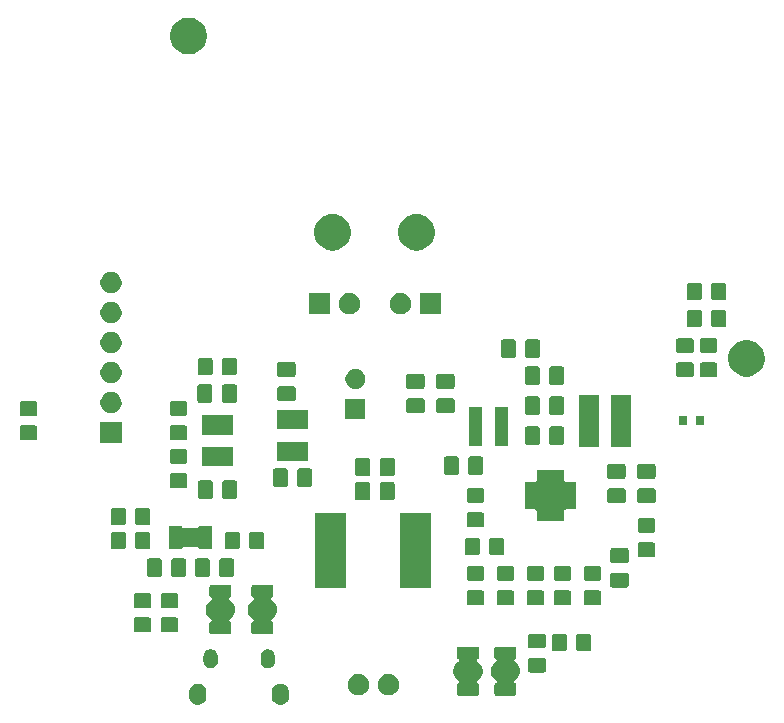
<source format=gbs>
G04 #@! TF.GenerationSoftware,KiCad,Pcbnew,(5.1.6)-1*
G04 #@! TF.CreationDate,2021-11-15T16:50:44+01:00*
G04 #@! TF.ProjectId,Power_module_v1,506f7765-725f-46d6-9f64-756c655f7631,rev?*
G04 #@! TF.SameCoordinates,Original*
G04 #@! TF.FileFunction,Soldermask,Bot*
G04 #@! TF.FilePolarity,Negative*
%FSLAX46Y46*%
G04 Gerber Fmt 4.6, Leading zero omitted, Abs format (unit mm)*
G04 Created by KiCad (PCBNEW (5.1.6)-1) date 2021-11-15 16:50:44*
%MOMM*%
%LPD*%
G01*
G04 APERTURE LIST*
%ADD10C,0.150000*%
G04 APERTURE END LIST*
D10*
G36*
X107696320Y-105586245D02*
G01*
X107833171Y-105627759D01*
X107833174Y-105627760D01*
X107959293Y-105695172D01*
X108069843Y-105785898D01*
X108160568Y-105896446D01*
X108227980Y-106022565D01*
X108227980Y-106022566D01*
X108227981Y-106022568D01*
X108269495Y-106159419D01*
X108280000Y-106266081D01*
X108280000Y-106687398D01*
X108269495Y-106794060D01*
X108238783Y-106895304D01*
X108227980Y-106930916D01*
X108160568Y-107057034D01*
X108069843Y-107167583D01*
X107959294Y-107258308D01*
X107833175Y-107325720D01*
X107833172Y-107325721D01*
X107696321Y-107367235D01*
X107554000Y-107381252D01*
X107411680Y-107367235D01*
X107274829Y-107325721D01*
X107274826Y-107325720D01*
X107148707Y-107258308D01*
X107038158Y-107167583D01*
X106947432Y-107057034D01*
X106880020Y-106930915D01*
X106880019Y-106930912D01*
X106838505Y-106794061D01*
X106828000Y-106687399D01*
X106828000Y-106266082D01*
X106838505Y-106159420D01*
X106880019Y-106022569D01*
X106880020Y-106022566D01*
X106947432Y-105896447D01*
X107038158Y-105785897D01*
X107148706Y-105695172D01*
X107274825Y-105627760D01*
X107274828Y-105627759D01*
X107411679Y-105586245D01*
X107554000Y-105572228D01*
X107696320Y-105586245D01*
G37*
G36*
X114696320Y-105586245D02*
G01*
X114833171Y-105627759D01*
X114833174Y-105627760D01*
X114959293Y-105695172D01*
X115069843Y-105785898D01*
X115160568Y-105896446D01*
X115227980Y-106022565D01*
X115227980Y-106022566D01*
X115227981Y-106022568D01*
X115269495Y-106159419D01*
X115280000Y-106266081D01*
X115280000Y-106687398D01*
X115269495Y-106794060D01*
X115238783Y-106895304D01*
X115227980Y-106930916D01*
X115160568Y-107057034D01*
X115069843Y-107167583D01*
X114959294Y-107258308D01*
X114833175Y-107325720D01*
X114833172Y-107325721D01*
X114696321Y-107367235D01*
X114554000Y-107381252D01*
X114411680Y-107367235D01*
X114274829Y-107325721D01*
X114274826Y-107325720D01*
X114148707Y-107258308D01*
X114038158Y-107167583D01*
X113947432Y-107057034D01*
X113880020Y-106930915D01*
X113880019Y-106930912D01*
X113838505Y-106794061D01*
X113828000Y-106687399D01*
X113828000Y-106266082D01*
X113838505Y-106159420D01*
X113880019Y-106022569D01*
X113880020Y-106022566D01*
X113947432Y-105896447D01*
X114038158Y-105785897D01*
X114148706Y-105695172D01*
X114274825Y-105627760D01*
X114274828Y-105627759D01*
X114411679Y-105586245D01*
X114554000Y-105572228D01*
X114696320Y-105586245D01*
G37*
G36*
X134420896Y-102448194D02*
G01*
X134446183Y-102455865D01*
X134469486Y-102468321D01*
X134489914Y-102485086D01*
X134506679Y-102505514D01*
X134519135Y-102528817D01*
X134526806Y-102554104D01*
X134530000Y-102586538D01*
X134530000Y-103355462D01*
X134526806Y-103387896D01*
X134519135Y-103413183D01*
X134506679Y-103436486D01*
X134489914Y-103456914D01*
X134469486Y-103473679D01*
X134446180Y-103486136D01*
X134440946Y-103487724D01*
X134418308Y-103497101D01*
X134397934Y-103510716D01*
X134380607Y-103528043D01*
X134366994Y-103548418D01*
X134357617Y-103571057D01*
X134352838Y-103595091D01*
X134352838Y-103619595D01*
X134357620Y-103643628D01*
X134366997Y-103666266D01*
X134380612Y-103686640D01*
X134397939Y-103703967D01*
X134418312Y-103717579D01*
X134434905Y-103726448D01*
X134579712Y-103845288D01*
X134698554Y-103990097D01*
X134786858Y-104155303D01*
X134786860Y-104155307D01*
X134824881Y-104280647D01*
X134841240Y-104334575D01*
X134859601Y-104521000D01*
X134841240Y-104707425D01*
X134841239Y-104707428D01*
X134841239Y-104707429D01*
X134786860Y-104886693D01*
X134786858Y-104886696D01*
X134786858Y-104886697D01*
X134698554Y-105051903D01*
X134579712Y-105196712D01*
X134434905Y-105315552D01*
X134418312Y-105324421D01*
X134397937Y-105338035D01*
X134380610Y-105355362D01*
X134366996Y-105375736D01*
X134357619Y-105398375D01*
X134352838Y-105422408D01*
X134352838Y-105446912D01*
X134357618Y-105470945D01*
X134366995Y-105493584D01*
X134380609Y-105513959D01*
X134397936Y-105531286D01*
X134418310Y-105544900D01*
X134440946Y-105554276D01*
X134446180Y-105555864D01*
X134469486Y-105568321D01*
X134489914Y-105585086D01*
X134506679Y-105605514D01*
X134519135Y-105628817D01*
X134526806Y-105654104D01*
X134530000Y-105686538D01*
X134530000Y-106455462D01*
X134526806Y-106487896D01*
X134519135Y-106513183D01*
X134506679Y-106536486D01*
X134489914Y-106556914D01*
X134469486Y-106573679D01*
X134446183Y-106586135D01*
X134420896Y-106593806D01*
X134388462Y-106597000D01*
X132819538Y-106597000D01*
X132787104Y-106593806D01*
X132761817Y-106586135D01*
X132738514Y-106573679D01*
X132718086Y-106556914D01*
X132701321Y-106536486D01*
X132688865Y-106513183D01*
X132681194Y-106487896D01*
X132678000Y-106455462D01*
X132678000Y-105686538D01*
X132681194Y-105654104D01*
X132688865Y-105628817D01*
X132701321Y-105605514D01*
X132718086Y-105585086D01*
X132738514Y-105568321D01*
X132761820Y-105555864D01*
X132767054Y-105554276D01*
X132789692Y-105544899D01*
X132810066Y-105531284D01*
X132827393Y-105513957D01*
X132841006Y-105493582D01*
X132850383Y-105470943D01*
X132855162Y-105446909D01*
X132855162Y-105422405D01*
X132850380Y-105398372D01*
X132841003Y-105375734D01*
X132827388Y-105355360D01*
X132810061Y-105338033D01*
X132789688Y-105324421D01*
X132773095Y-105315552D01*
X132628288Y-105196712D01*
X132509446Y-105051903D01*
X132421142Y-104886697D01*
X132421142Y-104886696D01*
X132421140Y-104886693D01*
X132366761Y-104707429D01*
X132366761Y-104707428D01*
X132366760Y-104707425D01*
X132348399Y-104521000D01*
X132366760Y-104334575D01*
X132383119Y-104280647D01*
X132421140Y-104155307D01*
X132421142Y-104155303D01*
X132509446Y-103990097D01*
X132628288Y-103845288D01*
X132773095Y-103726448D01*
X132789688Y-103717579D01*
X132810063Y-103703965D01*
X132827390Y-103686638D01*
X132841004Y-103666264D01*
X132850381Y-103643625D01*
X132855162Y-103619592D01*
X132855162Y-103595088D01*
X132850382Y-103571055D01*
X132841005Y-103548416D01*
X132827391Y-103528041D01*
X132810064Y-103510714D01*
X132789690Y-103497100D01*
X132767054Y-103487724D01*
X132761820Y-103486136D01*
X132738514Y-103473679D01*
X132718086Y-103456914D01*
X132701321Y-103436486D01*
X132688865Y-103413183D01*
X132681194Y-103387896D01*
X132678000Y-103355462D01*
X132678000Y-102586538D01*
X132681194Y-102554104D01*
X132688865Y-102528817D01*
X132701321Y-102505514D01*
X132718086Y-102485086D01*
X132738514Y-102468321D01*
X132761817Y-102455865D01*
X132787104Y-102448194D01*
X132819538Y-102445000D01*
X134388462Y-102445000D01*
X134420896Y-102448194D01*
G37*
G36*
X131245896Y-102448194D02*
G01*
X131271183Y-102455865D01*
X131294486Y-102468321D01*
X131314914Y-102485086D01*
X131331679Y-102505514D01*
X131344135Y-102528817D01*
X131351806Y-102554104D01*
X131355000Y-102586538D01*
X131355000Y-103355462D01*
X131351806Y-103387896D01*
X131344135Y-103413183D01*
X131331679Y-103436486D01*
X131314914Y-103456914D01*
X131294486Y-103473679D01*
X131271180Y-103486136D01*
X131265946Y-103487724D01*
X131243308Y-103497101D01*
X131222934Y-103510716D01*
X131205607Y-103528043D01*
X131191994Y-103548418D01*
X131182617Y-103571057D01*
X131177838Y-103595091D01*
X131177838Y-103619595D01*
X131182620Y-103643628D01*
X131191997Y-103666266D01*
X131205612Y-103686640D01*
X131222939Y-103703967D01*
X131243312Y-103717579D01*
X131259905Y-103726448D01*
X131404712Y-103845288D01*
X131523554Y-103990097D01*
X131611858Y-104155303D01*
X131611860Y-104155307D01*
X131649881Y-104280647D01*
X131666240Y-104334575D01*
X131684601Y-104521000D01*
X131666240Y-104707425D01*
X131666239Y-104707428D01*
X131666239Y-104707429D01*
X131611860Y-104886693D01*
X131611858Y-104886696D01*
X131611858Y-104886697D01*
X131523554Y-105051903D01*
X131404712Y-105196712D01*
X131259905Y-105315552D01*
X131243312Y-105324421D01*
X131222937Y-105338035D01*
X131205610Y-105355362D01*
X131191996Y-105375736D01*
X131182619Y-105398375D01*
X131177838Y-105422408D01*
X131177838Y-105446912D01*
X131182618Y-105470945D01*
X131191995Y-105493584D01*
X131205609Y-105513959D01*
X131222936Y-105531286D01*
X131243310Y-105544900D01*
X131265946Y-105554276D01*
X131271180Y-105555864D01*
X131294486Y-105568321D01*
X131314914Y-105585086D01*
X131331679Y-105605514D01*
X131344135Y-105628817D01*
X131351806Y-105654104D01*
X131355000Y-105686538D01*
X131355000Y-106455462D01*
X131351806Y-106487896D01*
X131344135Y-106513183D01*
X131331679Y-106536486D01*
X131314914Y-106556914D01*
X131294486Y-106573679D01*
X131271183Y-106586135D01*
X131245896Y-106593806D01*
X131213462Y-106597000D01*
X129644538Y-106597000D01*
X129612104Y-106593806D01*
X129586817Y-106586135D01*
X129563514Y-106573679D01*
X129543086Y-106556914D01*
X129526321Y-106536486D01*
X129513865Y-106513183D01*
X129506194Y-106487896D01*
X129503000Y-106455462D01*
X129503000Y-105686538D01*
X129506194Y-105654104D01*
X129513865Y-105628817D01*
X129526321Y-105605514D01*
X129543086Y-105585086D01*
X129563514Y-105568321D01*
X129586820Y-105555864D01*
X129592054Y-105554276D01*
X129614692Y-105544899D01*
X129635066Y-105531284D01*
X129652393Y-105513957D01*
X129666006Y-105493582D01*
X129675383Y-105470943D01*
X129680162Y-105446909D01*
X129680162Y-105422405D01*
X129675380Y-105398372D01*
X129666003Y-105375734D01*
X129652388Y-105355360D01*
X129635061Y-105338033D01*
X129614688Y-105324421D01*
X129598095Y-105315552D01*
X129453288Y-105196712D01*
X129334446Y-105051903D01*
X129246142Y-104886697D01*
X129246142Y-104886696D01*
X129246140Y-104886693D01*
X129191761Y-104707429D01*
X129191761Y-104707428D01*
X129191760Y-104707425D01*
X129173399Y-104521000D01*
X129191760Y-104334575D01*
X129208119Y-104280647D01*
X129246140Y-104155307D01*
X129246142Y-104155303D01*
X129334446Y-103990097D01*
X129453288Y-103845288D01*
X129598095Y-103726448D01*
X129614688Y-103717579D01*
X129635063Y-103703965D01*
X129652390Y-103686638D01*
X129666004Y-103666264D01*
X129675381Y-103643625D01*
X129680162Y-103619592D01*
X129680162Y-103595088D01*
X129675382Y-103571055D01*
X129666005Y-103548416D01*
X129652391Y-103528041D01*
X129635064Y-103510714D01*
X129614690Y-103497100D01*
X129592054Y-103487724D01*
X129586820Y-103486136D01*
X129563514Y-103473679D01*
X129543086Y-103456914D01*
X129526321Y-103436486D01*
X129513865Y-103413183D01*
X129506194Y-103387896D01*
X129503000Y-103355462D01*
X129503000Y-102586538D01*
X129506194Y-102554104D01*
X129513865Y-102528817D01*
X129526321Y-102505514D01*
X129543086Y-102485086D01*
X129563514Y-102468321D01*
X129586817Y-102455865D01*
X129612104Y-102448194D01*
X129644538Y-102445000D01*
X131213462Y-102445000D01*
X131245896Y-102448194D01*
G37*
G36*
X121417895Y-104807240D02*
G01*
X121580045Y-104874405D01*
X121580047Y-104874406D01*
X121725979Y-104971915D01*
X121850085Y-105096021D01*
X121947595Y-105241955D01*
X122014760Y-105404105D01*
X122049000Y-105576243D01*
X122049000Y-105751757D01*
X122014760Y-105923895D01*
X121947595Y-106086045D01*
X121947594Y-106086047D01*
X121850085Y-106231979D01*
X121725979Y-106356085D01*
X121580047Y-106453594D01*
X121580046Y-106453595D01*
X121580045Y-106453595D01*
X121417895Y-106520760D01*
X121245757Y-106555000D01*
X121070243Y-106555000D01*
X120898105Y-106520760D01*
X120735955Y-106453595D01*
X120735954Y-106453595D01*
X120735953Y-106453594D01*
X120590021Y-106356085D01*
X120465915Y-106231979D01*
X120368406Y-106086047D01*
X120368405Y-106086045D01*
X120301240Y-105923895D01*
X120267000Y-105751757D01*
X120267000Y-105576243D01*
X120301240Y-105404105D01*
X120368405Y-105241955D01*
X120465915Y-105096021D01*
X120590021Y-104971915D01*
X120735953Y-104874406D01*
X120735955Y-104874405D01*
X120898105Y-104807240D01*
X121070243Y-104773000D01*
X121245757Y-104773000D01*
X121417895Y-104807240D01*
G37*
G36*
X123957895Y-104807240D02*
G01*
X124120045Y-104874405D01*
X124120047Y-104874406D01*
X124265979Y-104971915D01*
X124390085Y-105096021D01*
X124487595Y-105241955D01*
X124554760Y-105404105D01*
X124589000Y-105576243D01*
X124589000Y-105751757D01*
X124554760Y-105923895D01*
X124487595Y-106086045D01*
X124487594Y-106086047D01*
X124390085Y-106231979D01*
X124265979Y-106356085D01*
X124120047Y-106453594D01*
X124120046Y-106453595D01*
X124120045Y-106453595D01*
X123957895Y-106520760D01*
X123785757Y-106555000D01*
X123610243Y-106555000D01*
X123438105Y-106520760D01*
X123275955Y-106453595D01*
X123275954Y-106453595D01*
X123275953Y-106453594D01*
X123130021Y-106356085D01*
X123005915Y-106231979D01*
X122908406Y-106086047D01*
X122908405Y-106086045D01*
X122841240Y-105923895D01*
X122807000Y-105751757D01*
X122807000Y-105576243D01*
X122841240Y-105404105D01*
X122908405Y-105241955D01*
X123005915Y-105096021D01*
X123130021Y-104971915D01*
X123275953Y-104874406D01*
X123275955Y-104874405D01*
X123438105Y-104807240D01*
X123610243Y-104773000D01*
X123785757Y-104773000D01*
X123957895Y-104807240D01*
G37*
G36*
X136859678Y-103400465D02*
G01*
X136897365Y-103411898D01*
X136932103Y-103430465D01*
X136962549Y-103455451D01*
X136987535Y-103485897D01*
X137006102Y-103520635D01*
X137017535Y-103558322D01*
X137022000Y-103603660D01*
X137022000Y-104440340D01*
X137017535Y-104485678D01*
X137006102Y-104523365D01*
X136987535Y-104558103D01*
X136962549Y-104588549D01*
X136932103Y-104613535D01*
X136897365Y-104632102D01*
X136859678Y-104643535D01*
X136814340Y-104648000D01*
X135727660Y-104648000D01*
X135682322Y-104643535D01*
X135644635Y-104632102D01*
X135609897Y-104613535D01*
X135579451Y-104588549D01*
X135554465Y-104558103D01*
X135535898Y-104523365D01*
X135524465Y-104485678D01*
X135520000Y-104440340D01*
X135520000Y-103603660D01*
X135524465Y-103558322D01*
X135535898Y-103520635D01*
X135554465Y-103485897D01*
X135579451Y-103455451D01*
X135609897Y-103430465D01*
X135644635Y-103411898D01*
X135682322Y-103400465D01*
X135727660Y-103396000D01*
X136814340Y-103396000D01*
X136859678Y-103400465D01*
G37*
G36*
X113591817Y-102684436D02*
G01*
X113705104Y-102718802D01*
X113809511Y-102774609D01*
X113809513Y-102774610D01*
X113809512Y-102774610D01*
X113901027Y-102849713D01*
X113964711Y-102927312D01*
X113976131Y-102941228D01*
X114031938Y-103045635D01*
X114066304Y-103158922D01*
X114075000Y-103247221D01*
X114075000Y-103706258D01*
X114066304Y-103794558D01*
X114031938Y-103907845D01*
X113976131Y-104012252D01*
X113901027Y-104103767D01*
X113809512Y-104178871D01*
X113705105Y-104234678D01*
X113591818Y-104269044D01*
X113474000Y-104280647D01*
X113356183Y-104269044D01*
X113242896Y-104234678D01*
X113138489Y-104178871D01*
X113046974Y-104103767D01*
X112971869Y-104012252D01*
X112916062Y-103907845D01*
X112881696Y-103794558D01*
X112873000Y-103706259D01*
X112873000Y-103247222D01*
X112881696Y-103158923D01*
X112916062Y-103045636D01*
X112971869Y-102941229D01*
X113039352Y-102859000D01*
X113046973Y-102849713D01*
X113138487Y-102774610D01*
X113138486Y-102774610D01*
X113138488Y-102774609D01*
X113242895Y-102718802D01*
X113356182Y-102684436D01*
X113474000Y-102672833D01*
X113591817Y-102684436D01*
G37*
G36*
X108751817Y-102684436D02*
G01*
X108865104Y-102718802D01*
X108969511Y-102774609D01*
X108969513Y-102774610D01*
X108969512Y-102774610D01*
X109061027Y-102849713D01*
X109124711Y-102927312D01*
X109136131Y-102941228D01*
X109191938Y-103045635D01*
X109226304Y-103158922D01*
X109235000Y-103247221D01*
X109235000Y-103706258D01*
X109226304Y-103794558D01*
X109191938Y-103907845D01*
X109136131Y-104012252D01*
X109061027Y-104103767D01*
X108969512Y-104178871D01*
X108865105Y-104234678D01*
X108751818Y-104269044D01*
X108634000Y-104280647D01*
X108516183Y-104269044D01*
X108402896Y-104234678D01*
X108298489Y-104178871D01*
X108206974Y-104103767D01*
X108131869Y-104012252D01*
X108076062Y-103907845D01*
X108041696Y-103794558D01*
X108033000Y-103706259D01*
X108033000Y-103247222D01*
X108041696Y-103158923D01*
X108076062Y-103045636D01*
X108131869Y-102941229D01*
X108199352Y-102859000D01*
X108206973Y-102849713D01*
X108298487Y-102774610D01*
X108298486Y-102774610D01*
X108298488Y-102774609D01*
X108402895Y-102718802D01*
X108516182Y-102684436D01*
X108634000Y-102672833D01*
X108751817Y-102684436D01*
G37*
G36*
X138630678Y-101361465D02*
G01*
X138668365Y-101372898D01*
X138703103Y-101391465D01*
X138733549Y-101416451D01*
X138758535Y-101446897D01*
X138777102Y-101481635D01*
X138788535Y-101519322D01*
X138793000Y-101564660D01*
X138793000Y-102651340D01*
X138788535Y-102696678D01*
X138777102Y-102734365D01*
X138758535Y-102769103D01*
X138733549Y-102799549D01*
X138703103Y-102824535D01*
X138668365Y-102843102D01*
X138630678Y-102854535D01*
X138585340Y-102859000D01*
X137748660Y-102859000D01*
X137703322Y-102854535D01*
X137665635Y-102843102D01*
X137630897Y-102824535D01*
X137600451Y-102799549D01*
X137575465Y-102769103D01*
X137556898Y-102734365D01*
X137545465Y-102696678D01*
X137541000Y-102651340D01*
X137541000Y-101564660D01*
X137545465Y-101519322D01*
X137556898Y-101481635D01*
X137575465Y-101446897D01*
X137600451Y-101416451D01*
X137630897Y-101391465D01*
X137665635Y-101372898D01*
X137703322Y-101361465D01*
X137748660Y-101357000D01*
X138585340Y-101357000D01*
X138630678Y-101361465D01*
G37*
G36*
X140680678Y-101361465D02*
G01*
X140718365Y-101372898D01*
X140753103Y-101391465D01*
X140783549Y-101416451D01*
X140808535Y-101446897D01*
X140827102Y-101481635D01*
X140838535Y-101519322D01*
X140843000Y-101564660D01*
X140843000Y-102651340D01*
X140838535Y-102696678D01*
X140827102Y-102734365D01*
X140808535Y-102769103D01*
X140783549Y-102799549D01*
X140753103Y-102824535D01*
X140718365Y-102843102D01*
X140680678Y-102854535D01*
X140635340Y-102859000D01*
X139798660Y-102859000D01*
X139753322Y-102854535D01*
X139715635Y-102843102D01*
X139680897Y-102824535D01*
X139650451Y-102799549D01*
X139625465Y-102769103D01*
X139606898Y-102734365D01*
X139595465Y-102696678D01*
X139591000Y-102651340D01*
X139591000Y-101564660D01*
X139595465Y-101519322D01*
X139606898Y-101481635D01*
X139625465Y-101446897D01*
X139650451Y-101416451D01*
X139680897Y-101391465D01*
X139715635Y-101372898D01*
X139753322Y-101361465D01*
X139798660Y-101357000D01*
X140635340Y-101357000D01*
X140680678Y-101361465D01*
G37*
G36*
X136859678Y-101350465D02*
G01*
X136897365Y-101361898D01*
X136932103Y-101380465D01*
X136962549Y-101405451D01*
X136987535Y-101435897D01*
X137006102Y-101470635D01*
X137017535Y-101508322D01*
X137022000Y-101553660D01*
X137022000Y-102390340D01*
X137017535Y-102435678D01*
X137006102Y-102473365D01*
X136987535Y-102508103D01*
X136962549Y-102538549D01*
X136932103Y-102563535D01*
X136897365Y-102582102D01*
X136859678Y-102593535D01*
X136814340Y-102598000D01*
X135727660Y-102598000D01*
X135682322Y-102593535D01*
X135644635Y-102582102D01*
X135609897Y-102563535D01*
X135579451Y-102538549D01*
X135554465Y-102508103D01*
X135535898Y-102473365D01*
X135524465Y-102435678D01*
X135520000Y-102390340D01*
X135520000Y-101553660D01*
X135524465Y-101508322D01*
X135535898Y-101470635D01*
X135554465Y-101435897D01*
X135579451Y-101405451D01*
X135609897Y-101380465D01*
X135644635Y-101361898D01*
X135682322Y-101350465D01*
X135727660Y-101346000D01*
X136814340Y-101346000D01*
X136859678Y-101350465D01*
G37*
G36*
X113846896Y-97241194D02*
G01*
X113872183Y-97248865D01*
X113895486Y-97261321D01*
X113915914Y-97278086D01*
X113932679Y-97298514D01*
X113945135Y-97321817D01*
X113952806Y-97347104D01*
X113956000Y-97379538D01*
X113956000Y-98148462D01*
X113952806Y-98180896D01*
X113945135Y-98206183D01*
X113932679Y-98229486D01*
X113915914Y-98249914D01*
X113895486Y-98266679D01*
X113872180Y-98279136D01*
X113866946Y-98280724D01*
X113844308Y-98290101D01*
X113823934Y-98303716D01*
X113806607Y-98321043D01*
X113792994Y-98341418D01*
X113783617Y-98364057D01*
X113778838Y-98388091D01*
X113778838Y-98412595D01*
X113783620Y-98436628D01*
X113792997Y-98459266D01*
X113806612Y-98479640D01*
X113823939Y-98496967D01*
X113844312Y-98510579D01*
X113860905Y-98519448D01*
X114005712Y-98638288D01*
X114124554Y-98783097D01*
X114193604Y-98912282D01*
X114212860Y-98948307D01*
X114264502Y-99118549D01*
X114267240Y-99127575D01*
X114285601Y-99314000D01*
X114267240Y-99500425D01*
X114267239Y-99500428D01*
X114267239Y-99500429D01*
X114212860Y-99679693D01*
X114212858Y-99679696D01*
X114212858Y-99679697D01*
X114124554Y-99844903D01*
X114005712Y-99989712D01*
X113860905Y-100108552D01*
X113844312Y-100117421D01*
X113823937Y-100131035D01*
X113806610Y-100148362D01*
X113792996Y-100168736D01*
X113783619Y-100191375D01*
X113778838Y-100215408D01*
X113778838Y-100239912D01*
X113783618Y-100263945D01*
X113792995Y-100286584D01*
X113806609Y-100306959D01*
X113823936Y-100324286D01*
X113844310Y-100337900D01*
X113866946Y-100347276D01*
X113872180Y-100348864D01*
X113895486Y-100361321D01*
X113915914Y-100378086D01*
X113932679Y-100398514D01*
X113945135Y-100421817D01*
X113952806Y-100447104D01*
X113956000Y-100479538D01*
X113956000Y-101248462D01*
X113952806Y-101280896D01*
X113945135Y-101306183D01*
X113932679Y-101329486D01*
X113915914Y-101349914D01*
X113895486Y-101366679D01*
X113872183Y-101379135D01*
X113846896Y-101386806D01*
X113814462Y-101390000D01*
X112245538Y-101390000D01*
X112213104Y-101386806D01*
X112187817Y-101379135D01*
X112164514Y-101366679D01*
X112144086Y-101349914D01*
X112127321Y-101329486D01*
X112114865Y-101306183D01*
X112107194Y-101280896D01*
X112104000Y-101248462D01*
X112104000Y-100479538D01*
X112107194Y-100447104D01*
X112114865Y-100421817D01*
X112127321Y-100398514D01*
X112144086Y-100378086D01*
X112164514Y-100361321D01*
X112187820Y-100348864D01*
X112193054Y-100347276D01*
X112215692Y-100337899D01*
X112236066Y-100324284D01*
X112253393Y-100306957D01*
X112267006Y-100286582D01*
X112276383Y-100263943D01*
X112281162Y-100239909D01*
X112281162Y-100215405D01*
X112276380Y-100191372D01*
X112267003Y-100168734D01*
X112253388Y-100148360D01*
X112236061Y-100131033D01*
X112215688Y-100117421D01*
X112199095Y-100108552D01*
X112054288Y-99989712D01*
X111935446Y-99844903D01*
X111847142Y-99679697D01*
X111847142Y-99679696D01*
X111847140Y-99679693D01*
X111792761Y-99500429D01*
X111792761Y-99500428D01*
X111792760Y-99500425D01*
X111774399Y-99314000D01*
X111792760Y-99127575D01*
X111795498Y-99118549D01*
X111847140Y-98948307D01*
X111866396Y-98912282D01*
X111935446Y-98783097D01*
X112054288Y-98638288D01*
X112199095Y-98519448D01*
X112215688Y-98510579D01*
X112236063Y-98496965D01*
X112253390Y-98479638D01*
X112267004Y-98459264D01*
X112276381Y-98436625D01*
X112281162Y-98412592D01*
X112281162Y-98388088D01*
X112276382Y-98364055D01*
X112267005Y-98341416D01*
X112253391Y-98321041D01*
X112236064Y-98303714D01*
X112215690Y-98290100D01*
X112193054Y-98280724D01*
X112187820Y-98279136D01*
X112164514Y-98266679D01*
X112144086Y-98249914D01*
X112127321Y-98229486D01*
X112114865Y-98206183D01*
X112107194Y-98180896D01*
X112104000Y-98148462D01*
X112104000Y-97379538D01*
X112107194Y-97347104D01*
X112114865Y-97321817D01*
X112127321Y-97298514D01*
X112144086Y-97278086D01*
X112164514Y-97261321D01*
X112187817Y-97248865D01*
X112213104Y-97241194D01*
X112245538Y-97238000D01*
X113814462Y-97238000D01*
X113846896Y-97241194D01*
G37*
G36*
X110290896Y-97241194D02*
G01*
X110316183Y-97248865D01*
X110339486Y-97261321D01*
X110359914Y-97278086D01*
X110376679Y-97298514D01*
X110389135Y-97321817D01*
X110396806Y-97347104D01*
X110400000Y-97379538D01*
X110400000Y-98148462D01*
X110396806Y-98180896D01*
X110389135Y-98206183D01*
X110376679Y-98229486D01*
X110359914Y-98249914D01*
X110339486Y-98266679D01*
X110316180Y-98279136D01*
X110310946Y-98280724D01*
X110288308Y-98290101D01*
X110267934Y-98303716D01*
X110250607Y-98321043D01*
X110236994Y-98341418D01*
X110227617Y-98364057D01*
X110222838Y-98388091D01*
X110222838Y-98412595D01*
X110227620Y-98436628D01*
X110236997Y-98459266D01*
X110250612Y-98479640D01*
X110267939Y-98496967D01*
X110288312Y-98510579D01*
X110304905Y-98519448D01*
X110449712Y-98638288D01*
X110568554Y-98783097D01*
X110637604Y-98912282D01*
X110656860Y-98948307D01*
X110708502Y-99118549D01*
X110711240Y-99127575D01*
X110729601Y-99314000D01*
X110711240Y-99500425D01*
X110711239Y-99500428D01*
X110711239Y-99500429D01*
X110656860Y-99679693D01*
X110656858Y-99679696D01*
X110656858Y-99679697D01*
X110568554Y-99844903D01*
X110449712Y-99989712D01*
X110304905Y-100108552D01*
X110288312Y-100117421D01*
X110267937Y-100131035D01*
X110250610Y-100148362D01*
X110236996Y-100168736D01*
X110227619Y-100191375D01*
X110222838Y-100215408D01*
X110222838Y-100239912D01*
X110227618Y-100263945D01*
X110236995Y-100286584D01*
X110250609Y-100306959D01*
X110267936Y-100324286D01*
X110288310Y-100337900D01*
X110310946Y-100347276D01*
X110316180Y-100348864D01*
X110339486Y-100361321D01*
X110359914Y-100378086D01*
X110376679Y-100398514D01*
X110389135Y-100421817D01*
X110396806Y-100447104D01*
X110400000Y-100479538D01*
X110400000Y-101248462D01*
X110396806Y-101280896D01*
X110389135Y-101306183D01*
X110376679Y-101329486D01*
X110359914Y-101349914D01*
X110339486Y-101366679D01*
X110316183Y-101379135D01*
X110290896Y-101386806D01*
X110258462Y-101390000D01*
X108689538Y-101390000D01*
X108657104Y-101386806D01*
X108631817Y-101379135D01*
X108608514Y-101366679D01*
X108588086Y-101349914D01*
X108571321Y-101329486D01*
X108558865Y-101306183D01*
X108551194Y-101280896D01*
X108548000Y-101248462D01*
X108548000Y-100479538D01*
X108551194Y-100447104D01*
X108558865Y-100421817D01*
X108571321Y-100398514D01*
X108588086Y-100378086D01*
X108608514Y-100361321D01*
X108631820Y-100348864D01*
X108637054Y-100347276D01*
X108659692Y-100337899D01*
X108680066Y-100324284D01*
X108697393Y-100306957D01*
X108711006Y-100286582D01*
X108720383Y-100263943D01*
X108725162Y-100239909D01*
X108725162Y-100215405D01*
X108720380Y-100191372D01*
X108711003Y-100168734D01*
X108697388Y-100148360D01*
X108680061Y-100131033D01*
X108659688Y-100117421D01*
X108643095Y-100108552D01*
X108498288Y-99989712D01*
X108379446Y-99844903D01*
X108291142Y-99679697D01*
X108291142Y-99679696D01*
X108291140Y-99679693D01*
X108236761Y-99500429D01*
X108236761Y-99500428D01*
X108236760Y-99500425D01*
X108218399Y-99314000D01*
X108236760Y-99127575D01*
X108239498Y-99118549D01*
X108291140Y-98948307D01*
X108310396Y-98912282D01*
X108379446Y-98783097D01*
X108498288Y-98638288D01*
X108643095Y-98519448D01*
X108659688Y-98510579D01*
X108680063Y-98496965D01*
X108697390Y-98479638D01*
X108711004Y-98459264D01*
X108720381Y-98436625D01*
X108725162Y-98412592D01*
X108725162Y-98388088D01*
X108720382Y-98364055D01*
X108711005Y-98341416D01*
X108697391Y-98321041D01*
X108680064Y-98303714D01*
X108659690Y-98290100D01*
X108637054Y-98280724D01*
X108631820Y-98279136D01*
X108608514Y-98266679D01*
X108588086Y-98249914D01*
X108571321Y-98229486D01*
X108558865Y-98206183D01*
X108551194Y-98180896D01*
X108548000Y-98148462D01*
X108548000Y-97379538D01*
X108551194Y-97347104D01*
X108558865Y-97321817D01*
X108571321Y-97298514D01*
X108588086Y-97278086D01*
X108608514Y-97261321D01*
X108631817Y-97248865D01*
X108657104Y-97241194D01*
X108689538Y-97238000D01*
X110258462Y-97238000D01*
X110290896Y-97241194D01*
G37*
G36*
X103458678Y-99980465D02*
G01*
X103496365Y-99991898D01*
X103531103Y-100010465D01*
X103561549Y-100035451D01*
X103586535Y-100065897D01*
X103605102Y-100100635D01*
X103616535Y-100138322D01*
X103621000Y-100183660D01*
X103621000Y-101020340D01*
X103616535Y-101065678D01*
X103605102Y-101103365D01*
X103586535Y-101138103D01*
X103561549Y-101168549D01*
X103531103Y-101193535D01*
X103496365Y-101212102D01*
X103458678Y-101223535D01*
X103413340Y-101228000D01*
X102326660Y-101228000D01*
X102281322Y-101223535D01*
X102243635Y-101212102D01*
X102208897Y-101193535D01*
X102178451Y-101168549D01*
X102153465Y-101138103D01*
X102134898Y-101103365D01*
X102123465Y-101065678D01*
X102119000Y-101020340D01*
X102119000Y-100183660D01*
X102123465Y-100138322D01*
X102134898Y-100100635D01*
X102153465Y-100065897D01*
X102178451Y-100035451D01*
X102208897Y-100010465D01*
X102243635Y-99991898D01*
X102281322Y-99980465D01*
X102326660Y-99976000D01*
X103413340Y-99976000D01*
X103458678Y-99980465D01*
G37*
G36*
X105744678Y-99980465D02*
G01*
X105782365Y-99991898D01*
X105817103Y-100010465D01*
X105847549Y-100035451D01*
X105872535Y-100065897D01*
X105891102Y-100100635D01*
X105902535Y-100138322D01*
X105907000Y-100183660D01*
X105907000Y-101020340D01*
X105902535Y-101065678D01*
X105891102Y-101103365D01*
X105872535Y-101138103D01*
X105847549Y-101168549D01*
X105817103Y-101193535D01*
X105782365Y-101212102D01*
X105744678Y-101223535D01*
X105699340Y-101228000D01*
X104612660Y-101228000D01*
X104567322Y-101223535D01*
X104529635Y-101212102D01*
X104494897Y-101193535D01*
X104464451Y-101168549D01*
X104439465Y-101138103D01*
X104420898Y-101103365D01*
X104409465Y-101065678D01*
X104405000Y-101020340D01*
X104405000Y-100183660D01*
X104409465Y-100138322D01*
X104420898Y-100100635D01*
X104439465Y-100065897D01*
X104464451Y-100035451D01*
X104494897Y-100010465D01*
X104529635Y-99991898D01*
X104567322Y-99980465D01*
X104612660Y-99976000D01*
X105699340Y-99976000D01*
X105744678Y-99980465D01*
G37*
G36*
X105744678Y-97930465D02*
G01*
X105782365Y-97941898D01*
X105817103Y-97960465D01*
X105847549Y-97985451D01*
X105872535Y-98015897D01*
X105891102Y-98050635D01*
X105902535Y-98088322D01*
X105907000Y-98133660D01*
X105907000Y-98970340D01*
X105902535Y-99015678D01*
X105891102Y-99053365D01*
X105872535Y-99088103D01*
X105847549Y-99118549D01*
X105817103Y-99143535D01*
X105782365Y-99162102D01*
X105744678Y-99173535D01*
X105699340Y-99178000D01*
X104612660Y-99178000D01*
X104567322Y-99173535D01*
X104529635Y-99162102D01*
X104494897Y-99143535D01*
X104464451Y-99118549D01*
X104439465Y-99088103D01*
X104420898Y-99053365D01*
X104409465Y-99015678D01*
X104405000Y-98970340D01*
X104405000Y-98133660D01*
X104409465Y-98088322D01*
X104420898Y-98050635D01*
X104439465Y-98015897D01*
X104464451Y-97985451D01*
X104494897Y-97960465D01*
X104529635Y-97941898D01*
X104567322Y-97930465D01*
X104612660Y-97926000D01*
X105699340Y-97926000D01*
X105744678Y-97930465D01*
G37*
G36*
X103458678Y-97930465D02*
G01*
X103496365Y-97941898D01*
X103531103Y-97960465D01*
X103561549Y-97985451D01*
X103586535Y-98015897D01*
X103605102Y-98050635D01*
X103616535Y-98088322D01*
X103621000Y-98133660D01*
X103621000Y-98970340D01*
X103616535Y-99015678D01*
X103605102Y-99053365D01*
X103586535Y-99088103D01*
X103561549Y-99118549D01*
X103531103Y-99143535D01*
X103496365Y-99162102D01*
X103458678Y-99173535D01*
X103413340Y-99178000D01*
X102326660Y-99178000D01*
X102281322Y-99173535D01*
X102243635Y-99162102D01*
X102208897Y-99143535D01*
X102178451Y-99118549D01*
X102153465Y-99088103D01*
X102134898Y-99053365D01*
X102123465Y-99015678D01*
X102119000Y-98970340D01*
X102119000Y-98133660D01*
X102123465Y-98088322D01*
X102134898Y-98050635D01*
X102153465Y-98015897D01*
X102178451Y-97985451D01*
X102208897Y-97960465D01*
X102243635Y-97941898D01*
X102281322Y-97930465D01*
X102326660Y-97926000D01*
X103413340Y-97926000D01*
X103458678Y-97930465D01*
G37*
G36*
X131652678Y-97685465D02*
G01*
X131690365Y-97696898D01*
X131725103Y-97715465D01*
X131755549Y-97740451D01*
X131780535Y-97770897D01*
X131799102Y-97805635D01*
X131810535Y-97843322D01*
X131815000Y-97888660D01*
X131815000Y-98725340D01*
X131810535Y-98770678D01*
X131799102Y-98808365D01*
X131780535Y-98843103D01*
X131755549Y-98873549D01*
X131725103Y-98898535D01*
X131690365Y-98917102D01*
X131652678Y-98928535D01*
X131607340Y-98933000D01*
X130520660Y-98933000D01*
X130475322Y-98928535D01*
X130437635Y-98917102D01*
X130402897Y-98898535D01*
X130372451Y-98873549D01*
X130347465Y-98843103D01*
X130328898Y-98808365D01*
X130317465Y-98770678D01*
X130313000Y-98725340D01*
X130313000Y-97888660D01*
X130317465Y-97843322D01*
X130328898Y-97805635D01*
X130347465Y-97770897D01*
X130372451Y-97740451D01*
X130402897Y-97715465D01*
X130437635Y-97696898D01*
X130475322Y-97685465D01*
X130520660Y-97681000D01*
X131607340Y-97681000D01*
X131652678Y-97685465D01*
G37*
G36*
X134192678Y-97685465D02*
G01*
X134230365Y-97696898D01*
X134265103Y-97715465D01*
X134295549Y-97740451D01*
X134320535Y-97770897D01*
X134339102Y-97805635D01*
X134350535Y-97843322D01*
X134355000Y-97888660D01*
X134355000Y-98725340D01*
X134350535Y-98770678D01*
X134339102Y-98808365D01*
X134320535Y-98843103D01*
X134295549Y-98873549D01*
X134265103Y-98898535D01*
X134230365Y-98917102D01*
X134192678Y-98928535D01*
X134147340Y-98933000D01*
X133060660Y-98933000D01*
X133015322Y-98928535D01*
X132977635Y-98917102D01*
X132942897Y-98898535D01*
X132912451Y-98873549D01*
X132887465Y-98843103D01*
X132868898Y-98808365D01*
X132857465Y-98770678D01*
X132853000Y-98725340D01*
X132853000Y-97888660D01*
X132857465Y-97843322D01*
X132868898Y-97805635D01*
X132887465Y-97770897D01*
X132912451Y-97740451D01*
X132942897Y-97715465D01*
X132977635Y-97696898D01*
X133015322Y-97685465D01*
X133060660Y-97681000D01*
X134147340Y-97681000D01*
X134192678Y-97685465D01*
G37*
G36*
X136732678Y-97685465D02*
G01*
X136770365Y-97696898D01*
X136805103Y-97715465D01*
X136835549Y-97740451D01*
X136860535Y-97770897D01*
X136879102Y-97805635D01*
X136890535Y-97843322D01*
X136895000Y-97888660D01*
X136895000Y-98725340D01*
X136890535Y-98770678D01*
X136879102Y-98808365D01*
X136860535Y-98843103D01*
X136835549Y-98873549D01*
X136805103Y-98898535D01*
X136770365Y-98917102D01*
X136732678Y-98928535D01*
X136687340Y-98933000D01*
X135600660Y-98933000D01*
X135555322Y-98928535D01*
X135517635Y-98917102D01*
X135482897Y-98898535D01*
X135452451Y-98873549D01*
X135427465Y-98843103D01*
X135408898Y-98808365D01*
X135397465Y-98770678D01*
X135393000Y-98725340D01*
X135393000Y-97888660D01*
X135397465Y-97843322D01*
X135408898Y-97805635D01*
X135427465Y-97770897D01*
X135452451Y-97740451D01*
X135482897Y-97715465D01*
X135517635Y-97696898D01*
X135555322Y-97685465D01*
X135600660Y-97681000D01*
X136687340Y-97681000D01*
X136732678Y-97685465D01*
G37*
G36*
X139018678Y-97685465D02*
G01*
X139056365Y-97696898D01*
X139091103Y-97715465D01*
X139121549Y-97740451D01*
X139146535Y-97770897D01*
X139165102Y-97805635D01*
X139176535Y-97843322D01*
X139181000Y-97888660D01*
X139181000Y-98725340D01*
X139176535Y-98770678D01*
X139165102Y-98808365D01*
X139146535Y-98843103D01*
X139121549Y-98873549D01*
X139091103Y-98898535D01*
X139056365Y-98917102D01*
X139018678Y-98928535D01*
X138973340Y-98933000D01*
X137886660Y-98933000D01*
X137841322Y-98928535D01*
X137803635Y-98917102D01*
X137768897Y-98898535D01*
X137738451Y-98873549D01*
X137713465Y-98843103D01*
X137694898Y-98808365D01*
X137683465Y-98770678D01*
X137679000Y-98725340D01*
X137679000Y-97888660D01*
X137683465Y-97843322D01*
X137694898Y-97805635D01*
X137713465Y-97770897D01*
X137738451Y-97740451D01*
X137768897Y-97715465D01*
X137803635Y-97696898D01*
X137841322Y-97685465D01*
X137886660Y-97681000D01*
X138973340Y-97681000D01*
X139018678Y-97685465D01*
G37*
G36*
X141558678Y-97685465D02*
G01*
X141596365Y-97696898D01*
X141631103Y-97715465D01*
X141661549Y-97740451D01*
X141686535Y-97770897D01*
X141705102Y-97805635D01*
X141716535Y-97843322D01*
X141721000Y-97888660D01*
X141721000Y-98725340D01*
X141716535Y-98770678D01*
X141705102Y-98808365D01*
X141686535Y-98843103D01*
X141661549Y-98873549D01*
X141631103Y-98898535D01*
X141596365Y-98917102D01*
X141558678Y-98928535D01*
X141513340Y-98933000D01*
X140426660Y-98933000D01*
X140381322Y-98928535D01*
X140343635Y-98917102D01*
X140308897Y-98898535D01*
X140278451Y-98873549D01*
X140253465Y-98843103D01*
X140234898Y-98808365D01*
X140223465Y-98770678D01*
X140219000Y-98725340D01*
X140219000Y-97888660D01*
X140223465Y-97843322D01*
X140234898Y-97805635D01*
X140253465Y-97770897D01*
X140278451Y-97740451D01*
X140308897Y-97715465D01*
X140343635Y-97696898D01*
X140381322Y-97685465D01*
X140426660Y-97681000D01*
X141513340Y-97681000D01*
X141558678Y-97685465D01*
G37*
G36*
X127285000Y-97506000D02*
G01*
X124683000Y-97506000D01*
X124683000Y-91104000D01*
X127285000Y-91104000D01*
X127285000Y-97506000D01*
G37*
G36*
X120085000Y-97506000D02*
G01*
X117483000Y-97506000D01*
X117483000Y-91104000D01*
X120085000Y-91104000D01*
X120085000Y-97506000D01*
G37*
G36*
X143870983Y-96182934D02*
G01*
X143908372Y-96194276D01*
X143942826Y-96212691D01*
X143973025Y-96237475D01*
X143997809Y-96267674D01*
X144016224Y-96302128D01*
X144027566Y-96339517D01*
X144032000Y-96384535D01*
X144032000Y-97249465D01*
X144027566Y-97294483D01*
X144016224Y-97331872D01*
X143997809Y-97366326D01*
X143973025Y-97396525D01*
X143942826Y-97421309D01*
X143908372Y-97439724D01*
X143870983Y-97451066D01*
X143825965Y-97455500D01*
X142686035Y-97455500D01*
X142641017Y-97451066D01*
X142603628Y-97439724D01*
X142569174Y-97421309D01*
X142538975Y-97396525D01*
X142514191Y-97366326D01*
X142495776Y-97331872D01*
X142484434Y-97294483D01*
X142480000Y-97249465D01*
X142480000Y-96384535D01*
X142484434Y-96339517D01*
X142495776Y-96302128D01*
X142514191Y-96267674D01*
X142538975Y-96237475D01*
X142569174Y-96212691D01*
X142603628Y-96194276D01*
X142641017Y-96182934D01*
X142686035Y-96178500D01*
X143825965Y-96178500D01*
X143870983Y-96182934D01*
G37*
G36*
X141558678Y-95635465D02*
G01*
X141596365Y-95646898D01*
X141631103Y-95665465D01*
X141661549Y-95690451D01*
X141686535Y-95720897D01*
X141705102Y-95755635D01*
X141716535Y-95793322D01*
X141721000Y-95838660D01*
X141721000Y-96675340D01*
X141716535Y-96720678D01*
X141705102Y-96758365D01*
X141686535Y-96793103D01*
X141661549Y-96823549D01*
X141631103Y-96848535D01*
X141596365Y-96867102D01*
X141558678Y-96878535D01*
X141513340Y-96883000D01*
X140426660Y-96883000D01*
X140381322Y-96878535D01*
X140343635Y-96867102D01*
X140308897Y-96848535D01*
X140278451Y-96823549D01*
X140253465Y-96793103D01*
X140234898Y-96758365D01*
X140223465Y-96720678D01*
X140219000Y-96675340D01*
X140219000Y-95838660D01*
X140223465Y-95793322D01*
X140234898Y-95755635D01*
X140253465Y-95720897D01*
X140278451Y-95690451D01*
X140308897Y-95665465D01*
X140343635Y-95646898D01*
X140381322Y-95635465D01*
X140426660Y-95631000D01*
X141513340Y-95631000D01*
X141558678Y-95635465D01*
G37*
G36*
X139018678Y-95635465D02*
G01*
X139056365Y-95646898D01*
X139091103Y-95665465D01*
X139121549Y-95690451D01*
X139146535Y-95720897D01*
X139165102Y-95755635D01*
X139176535Y-95793322D01*
X139181000Y-95838660D01*
X139181000Y-96675340D01*
X139176535Y-96720678D01*
X139165102Y-96758365D01*
X139146535Y-96793103D01*
X139121549Y-96823549D01*
X139091103Y-96848535D01*
X139056365Y-96867102D01*
X139018678Y-96878535D01*
X138973340Y-96883000D01*
X137886660Y-96883000D01*
X137841322Y-96878535D01*
X137803635Y-96867102D01*
X137768897Y-96848535D01*
X137738451Y-96823549D01*
X137713465Y-96793103D01*
X137694898Y-96758365D01*
X137683465Y-96720678D01*
X137679000Y-96675340D01*
X137679000Y-95838660D01*
X137683465Y-95793322D01*
X137694898Y-95755635D01*
X137713465Y-95720897D01*
X137738451Y-95690451D01*
X137768897Y-95665465D01*
X137803635Y-95646898D01*
X137841322Y-95635465D01*
X137886660Y-95631000D01*
X138973340Y-95631000D01*
X139018678Y-95635465D01*
G37*
G36*
X136732678Y-95635465D02*
G01*
X136770365Y-95646898D01*
X136805103Y-95665465D01*
X136835549Y-95690451D01*
X136860535Y-95720897D01*
X136879102Y-95755635D01*
X136890535Y-95793322D01*
X136895000Y-95838660D01*
X136895000Y-96675340D01*
X136890535Y-96720678D01*
X136879102Y-96758365D01*
X136860535Y-96793103D01*
X136835549Y-96823549D01*
X136805103Y-96848535D01*
X136770365Y-96867102D01*
X136732678Y-96878535D01*
X136687340Y-96883000D01*
X135600660Y-96883000D01*
X135555322Y-96878535D01*
X135517635Y-96867102D01*
X135482897Y-96848535D01*
X135452451Y-96823549D01*
X135427465Y-96793103D01*
X135408898Y-96758365D01*
X135397465Y-96720678D01*
X135393000Y-96675340D01*
X135393000Y-95838660D01*
X135397465Y-95793322D01*
X135408898Y-95755635D01*
X135427465Y-95720897D01*
X135452451Y-95690451D01*
X135482897Y-95665465D01*
X135517635Y-95646898D01*
X135555322Y-95635465D01*
X135600660Y-95631000D01*
X136687340Y-95631000D01*
X136732678Y-95635465D01*
G37*
G36*
X134192678Y-95635465D02*
G01*
X134230365Y-95646898D01*
X134265103Y-95665465D01*
X134295549Y-95690451D01*
X134320535Y-95720897D01*
X134339102Y-95755635D01*
X134350535Y-95793322D01*
X134355000Y-95838660D01*
X134355000Y-96675340D01*
X134350535Y-96720678D01*
X134339102Y-96758365D01*
X134320535Y-96793103D01*
X134295549Y-96823549D01*
X134265103Y-96848535D01*
X134230365Y-96867102D01*
X134192678Y-96878535D01*
X134147340Y-96883000D01*
X133060660Y-96883000D01*
X133015322Y-96878535D01*
X132977635Y-96867102D01*
X132942897Y-96848535D01*
X132912451Y-96823549D01*
X132887465Y-96793103D01*
X132868898Y-96758365D01*
X132857465Y-96720678D01*
X132853000Y-96675340D01*
X132853000Y-95838660D01*
X132857465Y-95793322D01*
X132868898Y-95755635D01*
X132887465Y-95720897D01*
X132912451Y-95690451D01*
X132942897Y-95665465D01*
X132977635Y-95646898D01*
X133015322Y-95635465D01*
X133060660Y-95631000D01*
X134147340Y-95631000D01*
X134192678Y-95635465D01*
G37*
G36*
X131652678Y-95635465D02*
G01*
X131690365Y-95646898D01*
X131725103Y-95665465D01*
X131755549Y-95690451D01*
X131780535Y-95720897D01*
X131799102Y-95755635D01*
X131810535Y-95793322D01*
X131815000Y-95838660D01*
X131815000Y-96675340D01*
X131810535Y-96720678D01*
X131799102Y-96758365D01*
X131780535Y-96793103D01*
X131755549Y-96823549D01*
X131725103Y-96848535D01*
X131690365Y-96867102D01*
X131652678Y-96878535D01*
X131607340Y-96883000D01*
X130520660Y-96883000D01*
X130475322Y-96878535D01*
X130437635Y-96867102D01*
X130402897Y-96848535D01*
X130372451Y-96823549D01*
X130347465Y-96793103D01*
X130328898Y-96758365D01*
X130317465Y-96720678D01*
X130313000Y-96675340D01*
X130313000Y-95838660D01*
X130317465Y-95793322D01*
X130328898Y-95755635D01*
X130347465Y-95720897D01*
X130372451Y-95690451D01*
X130402897Y-95665465D01*
X130437635Y-95646898D01*
X130475322Y-95635465D01*
X130520660Y-95631000D01*
X131607340Y-95631000D01*
X131652678Y-95635465D01*
G37*
G36*
X108405983Y-94986434D02*
G01*
X108443372Y-94997776D01*
X108477826Y-95016191D01*
X108508025Y-95040975D01*
X108532809Y-95071174D01*
X108551224Y-95105628D01*
X108562566Y-95143017D01*
X108567000Y-95188035D01*
X108567000Y-96327965D01*
X108562566Y-96372983D01*
X108551224Y-96410372D01*
X108532809Y-96444826D01*
X108508025Y-96475025D01*
X108477826Y-96499809D01*
X108443372Y-96518224D01*
X108405983Y-96529566D01*
X108360965Y-96534000D01*
X107496035Y-96534000D01*
X107451017Y-96529566D01*
X107413628Y-96518224D01*
X107379174Y-96499809D01*
X107348975Y-96475025D01*
X107324191Y-96444826D01*
X107305776Y-96410372D01*
X107294434Y-96372983D01*
X107290000Y-96327965D01*
X107290000Y-95188035D01*
X107294434Y-95143017D01*
X107305776Y-95105628D01*
X107324191Y-95071174D01*
X107348975Y-95040975D01*
X107379174Y-95016191D01*
X107413628Y-94997776D01*
X107451017Y-94986434D01*
X107496035Y-94982000D01*
X108360965Y-94982000D01*
X108405983Y-94986434D01*
G37*
G36*
X104341983Y-94986434D02*
G01*
X104379372Y-94997776D01*
X104413826Y-95016191D01*
X104444025Y-95040975D01*
X104468809Y-95071174D01*
X104487224Y-95105628D01*
X104498566Y-95143017D01*
X104503000Y-95188035D01*
X104503000Y-96327965D01*
X104498566Y-96372983D01*
X104487224Y-96410372D01*
X104468809Y-96444826D01*
X104444025Y-96475025D01*
X104413826Y-96499809D01*
X104379372Y-96518224D01*
X104341983Y-96529566D01*
X104296965Y-96534000D01*
X103432035Y-96534000D01*
X103387017Y-96529566D01*
X103349628Y-96518224D01*
X103315174Y-96499809D01*
X103284975Y-96475025D01*
X103260191Y-96444826D01*
X103241776Y-96410372D01*
X103230434Y-96372983D01*
X103226000Y-96327965D01*
X103226000Y-95188035D01*
X103230434Y-95143017D01*
X103241776Y-95105628D01*
X103260191Y-95071174D01*
X103284975Y-95040975D01*
X103315174Y-95016191D01*
X103349628Y-94997776D01*
X103387017Y-94986434D01*
X103432035Y-94982000D01*
X104296965Y-94982000D01*
X104341983Y-94986434D01*
G37*
G36*
X110480983Y-94986434D02*
G01*
X110518372Y-94997776D01*
X110552826Y-95016191D01*
X110583025Y-95040975D01*
X110607809Y-95071174D01*
X110626224Y-95105628D01*
X110637566Y-95143017D01*
X110642000Y-95188035D01*
X110642000Y-96327965D01*
X110637566Y-96372983D01*
X110626224Y-96410372D01*
X110607809Y-96444826D01*
X110583025Y-96475025D01*
X110552826Y-96499809D01*
X110518372Y-96518224D01*
X110480983Y-96529566D01*
X110435965Y-96534000D01*
X109571035Y-96534000D01*
X109526017Y-96529566D01*
X109488628Y-96518224D01*
X109454174Y-96499809D01*
X109423975Y-96475025D01*
X109399191Y-96444826D01*
X109380776Y-96410372D01*
X109369434Y-96372983D01*
X109365000Y-96327965D01*
X109365000Y-95188035D01*
X109369434Y-95143017D01*
X109380776Y-95105628D01*
X109399191Y-95071174D01*
X109423975Y-95040975D01*
X109454174Y-95016191D01*
X109488628Y-94997776D01*
X109526017Y-94986434D01*
X109571035Y-94982000D01*
X110435965Y-94982000D01*
X110480983Y-94986434D01*
G37*
G36*
X106416983Y-94986434D02*
G01*
X106454372Y-94997776D01*
X106488826Y-95016191D01*
X106519025Y-95040975D01*
X106543809Y-95071174D01*
X106562224Y-95105628D01*
X106573566Y-95143017D01*
X106578000Y-95188035D01*
X106578000Y-96327965D01*
X106573566Y-96372983D01*
X106562224Y-96410372D01*
X106543809Y-96444826D01*
X106519025Y-96475025D01*
X106488826Y-96499809D01*
X106454372Y-96518224D01*
X106416983Y-96529566D01*
X106371965Y-96534000D01*
X105507035Y-96534000D01*
X105462017Y-96529566D01*
X105424628Y-96518224D01*
X105390174Y-96499809D01*
X105359975Y-96475025D01*
X105335191Y-96444826D01*
X105316776Y-96410372D01*
X105305434Y-96372983D01*
X105301000Y-96327965D01*
X105301000Y-95188035D01*
X105305434Y-95143017D01*
X105316776Y-95105628D01*
X105335191Y-95071174D01*
X105359975Y-95040975D01*
X105390174Y-95016191D01*
X105424628Y-94997776D01*
X105462017Y-94986434D01*
X105507035Y-94982000D01*
X106371965Y-94982000D01*
X106416983Y-94986434D01*
G37*
G36*
X143870983Y-94107934D02*
G01*
X143908372Y-94119276D01*
X143942826Y-94137691D01*
X143973025Y-94162475D01*
X143997809Y-94192674D01*
X144016224Y-94227128D01*
X144027566Y-94264517D01*
X144032000Y-94309535D01*
X144032000Y-95174465D01*
X144027566Y-95219483D01*
X144016224Y-95256872D01*
X143997809Y-95291326D01*
X143973025Y-95321525D01*
X143942826Y-95346309D01*
X143908372Y-95364724D01*
X143870983Y-95376066D01*
X143825965Y-95380500D01*
X142686035Y-95380500D01*
X142641017Y-95376066D01*
X142603628Y-95364724D01*
X142569174Y-95346309D01*
X142538975Y-95321525D01*
X142514191Y-95291326D01*
X142495776Y-95256872D01*
X142484434Y-95219483D01*
X142480000Y-95174465D01*
X142480000Y-94309535D01*
X142484434Y-94264517D01*
X142495776Y-94227128D01*
X142514191Y-94192674D01*
X142538975Y-94162475D01*
X142569174Y-94137691D01*
X142603628Y-94119276D01*
X142641017Y-94107934D01*
X142686035Y-94103500D01*
X143825965Y-94103500D01*
X143870983Y-94107934D01*
G37*
G36*
X146130678Y-93621465D02*
G01*
X146168365Y-93632898D01*
X146203103Y-93651465D01*
X146233549Y-93676451D01*
X146258535Y-93706897D01*
X146277102Y-93741635D01*
X146288535Y-93779322D01*
X146293000Y-93824660D01*
X146293000Y-94661340D01*
X146288535Y-94706678D01*
X146277102Y-94744365D01*
X146258535Y-94779103D01*
X146233549Y-94809549D01*
X146203103Y-94834535D01*
X146168365Y-94853102D01*
X146130678Y-94864535D01*
X146085340Y-94869000D01*
X144998660Y-94869000D01*
X144953322Y-94864535D01*
X144915635Y-94853102D01*
X144880897Y-94834535D01*
X144850451Y-94809549D01*
X144825465Y-94779103D01*
X144806898Y-94744365D01*
X144795465Y-94706678D01*
X144791000Y-94661340D01*
X144791000Y-93824660D01*
X144795465Y-93779322D01*
X144806898Y-93741635D01*
X144825465Y-93706897D01*
X144850451Y-93676451D01*
X144880897Y-93651465D01*
X144915635Y-93632898D01*
X144953322Y-93621465D01*
X144998660Y-93617000D01*
X146085340Y-93617000D01*
X146130678Y-93621465D01*
G37*
G36*
X133314678Y-93233465D02*
G01*
X133352365Y-93244898D01*
X133387103Y-93263465D01*
X133417549Y-93288451D01*
X133442535Y-93318897D01*
X133461102Y-93353635D01*
X133472535Y-93391322D01*
X133477000Y-93436660D01*
X133477000Y-94523340D01*
X133472535Y-94568678D01*
X133461102Y-94606365D01*
X133442535Y-94641103D01*
X133417549Y-94671549D01*
X133387103Y-94696535D01*
X133352365Y-94715102D01*
X133314678Y-94726535D01*
X133269340Y-94731000D01*
X132432660Y-94731000D01*
X132387322Y-94726535D01*
X132349635Y-94715102D01*
X132314897Y-94696535D01*
X132284451Y-94671549D01*
X132259465Y-94641103D01*
X132240898Y-94606365D01*
X132229465Y-94568678D01*
X132225000Y-94523340D01*
X132225000Y-93436660D01*
X132229465Y-93391322D01*
X132240898Y-93353635D01*
X132259465Y-93318897D01*
X132284451Y-93288451D01*
X132314897Y-93263465D01*
X132349635Y-93244898D01*
X132387322Y-93233465D01*
X132432660Y-93229000D01*
X133269340Y-93229000D01*
X133314678Y-93233465D01*
G37*
G36*
X131264678Y-93233465D02*
G01*
X131302365Y-93244898D01*
X131337103Y-93263465D01*
X131367549Y-93288451D01*
X131392535Y-93318897D01*
X131411102Y-93353635D01*
X131422535Y-93391322D01*
X131427000Y-93436660D01*
X131427000Y-94523340D01*
X131422535Y-94568678D01*
X131411102Y-94606365D01*
X131392535Y-94641103D01*
X131367549Y-94671549D01*
X131337103Y-94696535D01*
X131302365Y-94715102D01*
X131264678Y-94726535D01*
X131219340Y-94731000D01*
X130382660Y-94731000D01*
X130337322Y-94726535D01*
X130299635Y-94715102D01*
X130264897Y-94696535D01*
X130234451Y-94671549D01*
X130209465Y-94641103D01*
X130190898Y-94606365D01*
X130179465Y-94568678D01*
X130175000Y-94523340D01*
X130175000Y-93436660D01*
X130179465Y-93391322D01*
X130190898Y-93353635D01*
X130209465Y-93318897D01*
X130234451Y-93288451D01*
X130264897Y-93263465D01*
X130299635Y-93244898D01*
X130337322Y-93233465D01*
X130382660Y-93229000D01*
X131219340Y-93229000D01*
X131264678Y-93233465D01*
G37*
G36*
X112994678Y-92725465D02*
G01*
X113032365Y-92736898D01*
X113067103Y-92755465D01*
X113097549Y-92780451D01*
X113122535Y-92810897D01*
X113141102Y-92845635D01*
X113152535Y-92883322D01*
X113157000Y-92928660D01*
X113157000Y-94015340D01*
X113152535Y-94060678D01*
X113141102Y-94098365D01*
X113122535Y-94133103D01*
X113097549Y-94163549D01*
X113067103Y-94188535D01*
X113032365Y-94207102D01*
X112994678Y-94218535D01*
X112949340Y-94223000D01*
X112112660Y-94223000D01*
X112067322Y-94218535D01*
X112029635Y-94207102D01*
X111994897Y-94188535D01*
X111964451Y-94163549D01*
X111939465Y-94133103D01*
X111920898Y-94098365D01*
X111909465Y-94060678D01*
X111905000Y-94015340D01*
X111905000Y-92928660D01*
X111909465Y-92883322D01*
X111920898Y-92845635D01*
X111939465Y-92810897D01*
X111964451Y-92780451D01*
X111994897Y-92755465D01*
X112029635Y-92736898D01*
X112067322Y-92725465D01*
X112112660Y-92721000D01*
X112949340Y-92721000D01*
X112994678Y-92725465D01*
G37*
G36*
X110944678Y-92725465D02*
G01*
X110982365Y-92736898D01*
X111017103Y-92755465D01*
X111047549Y-92780451D01*
X111072535Y-92810897D01*
X111091102Y-92845635D01*
X111102535Y-92883322D01*
X111107000Y-92928660D01*
X111107000Y-94015340D01*
X111102535Y-94060678D01*
X111091102Y-94098365D01*
X111072535Y-94133103D01*
X111047549Y-94163549D01*
X111017103Y-94188535D01*
X110982365Y-94207102D01*
X110944678Y-94218535D01*
X110899340Y-94223000D01*
X110062660Y-94223000D01*
X110017322Y-94218535D01*
X109979635Y-94207102D01*
X109944897Y-94188535D01*
X109914451Y-94163549D01*
X109889465Y-94133103D01*
X109870898Y-94098365D01*
X109859465Y-94060678D01*
X109855000Y-94015340D01*
X109855000Y-92928660D01*
X109859465Y-92883322D01*
X109870898Y-92845635D01*
X109889465Y-92810897D01*
X109914451Y-92780451D01*
X109944897Y-92755465D01*
X109979635Y-92736898D01*
X110017322Y-92725465D01*
X110062660Y-92721000D01*
X110899340Y-92721000D01*
X110944678Y-92725465D01*
G37*
G36*
X103342678Y-92725465D02*
G01*
X103380365Y-92736898D01*
X103415103Y-92755465D01*
X103445549Y-92780451D01*
X103470535Y-92810897D01*
X103489102Y-92845635D01*
X103500535Y-92883322D01*
X103505000Y-92928660D01*
X103505000Y-94015340D01*
X103500535Y-94060678D01*
X103489102Y-94098365D01*
X103470535Y-94133103D01*
X103445549Y-94163549D01*
X103415103Y-94188535D01*
X103380365Y-94207102D01*
X103342678Y-94218535D01*
X103297340Y-94223000D01*
X102460660Y-94223000D01*
X102415322Y-94218535D01*
X102377635Y-94207102D01*
X102342897Y-94188535D01*
X102312451Y-94163549D01*
X102287465Y-94133103D01*
X102268898Y-94098365D01*
X102257465Y-94060678D01*
X102253000Y-94015340D01*
X102253000Y-92928660D01*
X102257465Y-92883322D01*
X102268898Y-92845635D01*
X102287465Y-92810897D01*
X102312451Y-92780451D01*
X102342897Y-92755465D01*
X102377635Y-92736898D01*
X102415322Y-92725465D01*
X102460660Y-92721000D01*
X103297340Y-92721000D01*
X103342678Y-92725465D01*
G37*
G36*
X101292678Y-92725465D02*
G01*
X101330365Y-92736898D01*
X101365103Y-92755465D01*
X101395549Y-92780451D01*
X101420535Y-92810897D01*
X101439102Y-92845635D01*
X101450535Y-92883322D01*
X101455000Y-92928660D01*
X101455000Y-94015340D01*
X101450535Y-94060678D01*
X101439102Y-94098365D01*
X101420535Y-94133103D01*
X101395549Y-94163549D01*
X101365103Y-94188535D01*
X101330365Y-94207102D01*
X101292678Y-94218535D01*
X101247340Y-94223000D01*
X100410660Y-94223000D01*
X100365322Y-94218535D01*
X100327635Y-94207102D01*
X100292897Y-94188535D01*
X100262451Y-94163549D01*
X100237465Y-94133103D01*
X100218898Y-94098365D01*
X100207465Y-94060678D01*
X100203000Y-94015340D01*
X100203000Y-92928660D01*
X100207465Y-92883322D01*
X100218898Y-92845635D01*
X100237465Y-92810897D01*
X100262451Y-92780451D01*
X100292897Y-92755465D01*
X100327635Y-92736898D01*
X100365322Y-92725465D01*
X100410660Y-92721000D01*
X101247340Y-92721000D01*
X101292678Y-92725465D01*
G37*
G36*
X106235000Y-92292001D02*
G01*
X106237402Y-92316387D01*
X106244515Y-92339836D01*
X106256066Y-92361447D01*
X106271611Y-92380389D01*
X106290553Y-92395934D01*
X106312164Y-92407485D01*
X106335613Y-92414598D01*
X106359999Y-92417000D01*
X107508001Y-92417000D01*
X107532387Y-92414598D01*
X107555836Y-92407485D01*
X107577447Y-92395934D01*
X107596389Y-92380389D01*
X107611934Y-92361447D01*
X107623485Y-92339836D01*
X107630598Y-92316387D01*
X107633000Y-92292001D01*
X107633000Y-92267000D01*
X108735000Y-92267000D01*
X108735000Y-94169000D01*
X107633000Y-94169000D01*
X107633000Y-94143999D01*
X107630598Y-94119613D01*
X107623485Y-94096164D01*
X107611934Y-94074553D01*
X107596389Y-94055611D01*
X107577447Y-94040066D01*
X107555836Y-94028515D01*
X107532387Y-94021402D01*
X107508001Y-94019000D01*
X106359999Y-94019000D01*
X106335613Y-94021402D01*
X106312164Y-94028515D01*
X106290553Y-94040066D01*
X106271611Y-94055611D01*
X106256066Y-94074553D01*
X106244515Y-94096164D01*
X106237402Y-94119613D01*
X106235000Y-94143999D01*
X106235000Y-94169000D01*
X105133000Y-94169000D01*
X105133000Y-92267000D01*
X106235000Y-92267000D01*
X106235000Y-92292001D01*
G37*
G36*
X146130678Y-91571465D02*
G01*
X146168365Y-91582898D01*
X146203103Y-91601465D01*
X146233549Y-91626451D01*
X146258535Y-91656897D01*
X146277102Y-91691635D01*
X146288535Y-91729322D01*
X146293000Y-91774660D01*
X146293000Y-92611340D01*
X146288535Y-92656678D01*
X146277102Y-92694365D01*
X146258535Y-92729103D01*
X146233549Y-92759549D01*
X146203103Y-92784535D01*
X146168365Y-92803102D01*
X146130678Y-92814535D01*
X146085340Y-92819000D01*
X144998660Y-92819000D01*
X144953322Y-92814535D01*
X144915635Y-92803102D01*
X144880897Y-92784535D01*
X144850451Y-92759549D01*
X144825465Y-92729103D01*
X144806898Y-92694365D01*
X144795465Y-92656678D01*
X144791000Y-92611340D01*
X144791000Y-91774660D01*
X144795465Y-91729322D01*
X144806898Y-91691635D01*
X144825465Y-91656897D01*
X144850451Y-91626451D01*
X144880897Y-91601465D01*
X144915635Y-91582898D01*
X144953322Y-91571465D01*
X144998660Y-91567000D01*
X146085340Y-91567000D01*
X146130678Y-91571465D01*
G37*
G36*
X131652678Y-91081465D02*
G01*
X131690365Y-91092898D01*
X131725103Y-91111465D01*
X131755549Y-91136451D01*
X131780535Y-91166897D01*
X131799102Y-91201635D01*
X131810535Y-91239322D01*
X131815000Y-91284660D01*
X131815000Y-92121340D01*
X131810535Y-92166678D01*
X131799102Y-92204365D01*
X131780535Y-92239103D01*
X131755549Y-92269549D01*
X131725103Y-92294535D01*
X131690365Y-92313102D01*
X131652678Y-92324535D01*
X131607340Y-92329000D01*
X130520660Y-92329000D01*
X130475322Y-92324535D01*
X130437635Y-92313102D01*
X130402897Y-92294535D01*
X130372451Y-92269549D01*
X130347465Y-92239103D01*
X130328898Y-92204365D01*
X130317465Y-92166678D01*
X130313000Y-92121340D01*
X130313000Y-91284660D01*
X130317465Y-91239322D01*
X130328898Y-91201635D01*
X130347465Y-91166897D01*
X130372451Y-91136451D01*
X130402897Y-91111465D01*
X130437635Y-91092898D01*
X130475322Y-91081465D01*
X130520660Y-91077000D01*
X131607340Y-91077000D01*
X131652678Y-91081465D01*
G37*
G36*
X103342678Y-90693465D02*
G01*
X103380365Y-90704898D01*
X103415103Y-90723465D01*
X103445549Y-90748451D01*
X103470535Y-90778897D01*
X103489102Y-90813635D01*
X103500535Y-90851322D01*
X103505000Y-90896660D01*
X103505000Y-91983340D01*
X103500535Y-92028678D01*
X103489102Y-92066365D01*
X103470535Y-92101103D01*
X103445549Y-92131549D01*
X103415103Y-92156535D01*
X103380365Y-92175102D01*
X103342678Y-92186535D01*
X103297340Y-92191000D01*
X102460660Y-92191000D01*
X102415322Y-92186535D01*
X102377635Y-92175102D01*
X102342897Y-92156535D01*
X102312451Y-92131549D01*
X102287465Y-92101103D01*
X102268898Y-92066365D01*
X102257465Y-92028678D01*
X102253000Y-91983340D01*
X102253000Y-90896660D01*
X102257465Y-90851322D01*
X102268898Y-90813635D01*
X102287465Y-90778897D01*
X102312451Y-90748451D01*
X102342897Y-90723465D01*
X102377635Y-90704898D01*
X102415322Y-90693465D01*
X102460660Y-90689000D01*
X103297340Y-90689000D01*
X103342678Y-90693465D01*
G37*
G36*
X101292678Y-90693465D02*
G01*
X101330365Y-90704898D01*
X101365103Y-90723465D01*
X101395549Y-90748451D01*
X101420535Y-90778897D01*
X101439102Y-90813635D01*
X101450535Y-90851322D01*
X101455000Y-90896660D01*
X101455000Y-91983340D01*
X101450535Y-92028678D01*
X101439102Y-92066365D01*
X101420535Y-92101103D01*
X101395549Y-92131549D01*
X101365103Y-92156535D01*
X101330365Y-92175102D01*
X101292678Y-92186535D01*
X101247340Y-92191000D01*
X100410660Y-92191000D01*
X100365322Y-92186535D01*
X100327635Y-92175102D01*
X100292897Y-92156535D01*
X100262451Y-92131549D01*
X100237465Y-92101103D01*
X100218898Y-92066365D01*
X100207465Y-92028678D01*
X100203000Y-91983340D01*
X100203000Y-90896660D01*
X100207465Y-90851322D01*
X100218898Y-90813635D01*
X100237465Y-90778897D01*
X100262451Y-90748451D01*
X100292897Y-90723465D01*
X100327635Y-90704898D01*
X100365322Y-90693465D01*
X100410660Y-90689000D01*
X101247340Y-90689000D01*
X101292678Y-90693465D01*
G37*
G36*
X136569355Y-87487083D02*
G01*
X136574029Y-87488501D01*
X136578330Y-87490800D01*
X136584702Y-87496029D01*
X136605076Y-87509643D01*
X136627715Y-87519020D01*
X136651749Y-87523800D01*
X136676253Y-87523800D01*
X136700286Y-87519019D01*
X136722925Y-87509642D01*
X136743298Y-87496029D01*
X136749670Y-87490800D01*
X136753971Y-87488501D01*
X136758645Y-87487083D01*
X136769641Y-87486000D01*
X137058359Y-87486000D01*
X137069355Y-87487083D01*
X137074029Y-87488501D01*
X137078330Y-87490800D01*
X137084702Y-87496029D01*
X137105076Y-87509643D01*
X137127715Y-87519020D01*
X137151749Y-87523800D01*
X137176253Y-87523800D01*
X137200286Y-87519019D01*
X137222925Y-87509642D01*
X137243298Y-87496029D01*
X137249670Y-87490800D01*
X137253971Y-87488501D01*
X137258645Y-87487083D01*
X137269641Y-87486000D01*
X137558359Y-87486000D01*
X137569355Y-87487083D01*
X137574029Y-87488501D01*
X137578330Y-87490800D01*
X137584702Y-87496029D01*
X137605076Y-87509643D01*
X137627715Y-87519020D01*
X137651749Y-87523800D01*
X137676253Y-87523800D01*
X137700286Y-87519019D01*
X137722925Y-87509642D01*
X137743298Y-87496029D01*
X137749670Y-87490800D01*
X137753971Y-87488501D01*
X137758645Y-87487083D01*
X137769641Y-87486000D01*
X138058359Y-87486000D01*
X138069355Y-87487083D01*
X138074029Y-87488501D01*
X138078330Y-87490800D01*
X138084702Y-87496029D01*
X138105076Y-87509643D01*
X138127715Y-87519020D01*
X138151749Y-87523800D01*
X138176253Y-87523800D01*
X138200286Y-87519019D01*
X138222925Y-87509642D01*
X138243298Y-87496029D01*
X138249670Y-87490800D01*
X138253971Y-87488501D01*
X138258645Y-87487083D01*
X138269641Y-87486000D01*
X138558359Y-87486000D01*
X138569355Y-87487083D01*
X138574029Y-87488501D01*
X138578331Y-87490800D01*
X138582104Y-87493896D01*
X138585200Y-87497669D01*
X138587499Y-87501971D01*
X138588917Y-87506645D01*
X138590000Y-87517641D01*
X138590000Y-88361001D01*
X138592402Y-88385387D01*
X138599515Y-88408836D01*
X138611066Y-88430447D01*
X138626611Y-88449389D01*
X138645553Y-88464934D01*
X138667164Y-88476485D01*
X138690613Y-88483598D01*
X138714999Y-88486000D01*
X139558359Y-88486000D01*
X139569355Y-88487083D01*
X139574029Y-88488501D01*
X139578331Y-88490800D01*
X139582104Y-88493896D01*
X139585200Y-88497669D01*
X139587499Y-88501971D01*
X139588917Y-88506645D01*
X139590000Y-88517641D01*
X139590000Y-88806359D01*
X139588917Y-88817355D01*
X139587499Y-88822029D01*
X139585200Y-88826330D01*
X139579971Y-88832702D01*
X139566357Y-88853076D01*
X139556980Y-88875715D01*
X139552200Y-88899749D01*
X139552200Y-88924253D01*
X139556981Y-88948286D01*
X139566358Y-88970925D01*
X139579971Y-88991298D01*
X139585200Y-88997670D01*
X139587499Y-89001971D01*
X139588917Y-89006645D01*
X139590000Y-89017641D01*
X139590000Y-89306359D01*
X139588917Y-89317355D01*
X139587499Y-89322029D01*
X139585200Y-89326330D01*
X139579971Y-89332702D01*
X139566357Y-89353076D01*
X139556980Y-89375715D01*
X139552200Y-89399749D01*
X139552200Y-89424253D01*
X139556981Y-89448286D01*
X139566358Y-89470925D01*
X139579971Y-89491298D01*
X139585200Y-89497670D01*
X139587499Y-89501971D01*
X139588917Y-89506645D01*
X139590000Y-89517641D01*
X139590000Y-89806359D01*
X139588917Y-89817355D01*
X139587499Y-89822029D01*
X139585200Y-89826330D01*
X139579971Y-89832702D01*
X139566357Y-89853076D01*
X139556980Y-89875715D01*
X139552200Y-89899749D01*
X139552200Y-89924253D01*
X139556981Y-89948286D01*
X139566358Y-89970925D01*
X139579971Y-89991298D01*
X139585200Y-89997670D01*
X139587499Y-90001971D01*
X139588917Y-90006645D01*
X139590000Y-90017641D01*
X139590000Y-90306359D01*
X139588917Y-90317355D01*
X139587499Y-90322029D01*
X139585200Y-90326330D01*
X139579971Y-90332702D01*
X139566357Y-90353076D01*
X139556980Y-90375715D01*
X139552200Y-90399749D01*
X139552200Y-90424253D01*
X139556981Y-90448286D01*
X139566358Y-90470925D01*
X139579971Y-90491298D01*
X139585200Y-90497670D01*
X139587499Y-90501971D01*
X139588917Y-90506645D01*
X139590000Y-90517641D01*
X139590000Y-90806359D01*
X139588917Y-90817355D01*
X139587499Y-90822029D01*
X139585200Y-90826331D01*
X139582104Y-90830104D01*
X139578331Y-90833200D01*
X139574029Y-90835499D01*
X139569355Y-90836917D01*
X139558359Y-90838000D01*
X138714999Y-90838000D01*
X138690613Y-90840402D01*
X138667164Y-90847515D01*
X138645553Y-90859066D01*
X138626611Y-90874611D01*
X138611066Y-90893553D01*
X138599515Y-90915164D01*
X138592402Y-90938613D01*
X138590000Y-90962999D01*
X138590000Y-91806359D01*
X138588917Y-91817355D01*
X138587499Y-91822029D01*
X138585200Y-91826331D01*
X138582104Y-91830104D01*
X138578331Y-91833200D01*
X138574029Y-91835499D01*
X138569355Y-91836917D01*
X138558359Y-91838000D01*
X138269641Y-91838000D01*
X138258645Y-91836917D01*
X138253971Y-91835499D01*
X138249670Y-91833200D01*
X138243298Y-91827971D01*
X138222924Y-91814357D01*
X138200285Y-91804980D01*
X138176251Y-91800200D01*
X138151747Y-91800200D01*
X138127714Y-91804981D01*
X138105075Y-91814358D01*
X138084702Y-91827971D01*
X138078330Y-91833200D01*
X138074029Y-91835499D01*
X138069355Y-91836917D01*
X138058359Y-91838000D01*
X137769641Y-91838000D01*
X137758645Y-91836917D01*
X137753971Y-91835499D01*
X137749670Y-91833200D01*
X137743298Y-91827971D01*
X137722924Y-91814357D01*
X137700285Y-91804980D01*
X137676251Y-91800200D01*
X137651747Y-91800200D01*
X137627714Y-91804981D01*
X137605075Y-91814358D01*
X137584702Y-91827971D01*
X137578330Y-91833200D01*
X137574029Y-91835499D01*
X137569355Y-91836917D01*
X137558359Y-91838000D01*
X137269641Y-91838000D01*
X137258645Y-91836917D01*
X137253971Y-91835499D01*
X137249670Y-91833200D01*
X137243298Y-91827971D01*
X137222924Y-91814357D01*
X137200285Y-91804980D01*
X137176251Y-91800200D01*
X137151747Y-91800200D01*
X137127714Y-91804981D01*
X137105075Y-91814358D01*
X137084702Y-91827971D01*
X137078330Y-91833200D01*
X137074029Y-91835499D01*
X137069355Y-91836917D01*
X137058359Y-91838000D01*
X136769641Y-91838000D01*
X136758645Y-91836917D01*
X136753971Y-91835499D01*
X136749670Y-91833200D01*
X136743298Y-91827971D01*
X136722924Y-91814357D01*
X136700285Y-91804980D01*
X136676251Y-91800200D01*
X136651747Y-91800200D01*
X136627714Y-91804981D01*
X136605075Y-91814358D01*
X136584702Y-91827971D01*
X136578330Y-91833200D01*
X136574029Y-91835499D01*
X136569355Y-91836917D01*
X136558359Y-91838000D01*
X136269641Y-91838000D01*
X136258645Y-91836917D01*
X136253971Y-91835499D01*
X136249669Y-91833200D01*
X136245896Y-91830104D01*
X136242800Y-91826331D01*
X136240501Y-91822029D01*
X136239083Y-91817355D01*
X136238000Y-91806359D01*
X136238000Y-90962999D01*
X136235598Y-90938613D01*
X136228485Y-90915164D01*
X136216934Y-90893553D01*
X136201389Y-90874611D01*
X136182447Y-90859066D01*
X136160836Y-90847515D01*
X136137387Y-90840402D01*
X136113001Y-90838000D01*
X135269641Y-90838000D01*
X135258645Y-90836917D01*
X135253971Y-90835499D01*
X135249669Y-90833200D01*
X135245896Y-90830104D01*
X135242800Y-90826331D01*
X135240501Y-90822029D01*
X135239083Y-90817355D01*
X135238000Y-90806359D01*
X135238000Y-90517641D01*
X135239083Y-90506645D01*
X135240501Y-90501971D01*
X135242800Y-90497670D01*
X135248029Y-90491298D01*
X135261643Y-90470924D01*
X135271020Y-90448285D01*
X135275800Y-90424251D01*
X135275800Y-90399747D01*
X135271019Y-90375714D01*
X135261642Y-90353075D01*
X135248029Y-90332702D01*
X135242800Y-90326330D01*
X135240501Y-90322029D01*
X135239083Y-90317355D01*
X135238000Y-90306359D01*
X135238000Y-90017641D01*
X135239083Y-90006645D01*
X135240501Y-90001971D01*
X135242800Y-89997670D01*
X135248029Y-89991298D01*
X135261643Y-89970924D01*
X135271020Y-89948285D01*
X135275800Y-89924251D01*
X135275800Y-89899747D01*
X135271019Y-89875714D01*
X135261642Y-89853075D01*
X135248029Y-89832702D01*
X135242800Y-89826330D01*
X135240501Y-89822029D01*
X135239083Y-89817355D01*
X135238000Y-89806359D01*
X135238000Y-89517641D01*
X135239083Y-89506645D01*
X135240501Y-89501971D01*
X135242800Y-89497670D01*
X135248029Y-89491298D01*
X135261643Y-89470924D01*
X135271020Y-89448285D01*
X135275800Y-89424251D01*
X135275800Y-89399747D01*
X135271019Y-89375714D01*
X135261642Y-89353075D01*
X135248029Y-89332702D01*
X135242800Y-89326330D01*
X135240501Y-89322029D01*
X135239083Y-89317355D01*
X135238000Y-89306359D01*
X135238000Y-89017641D01*
X135239083Y-89006645D01*
X135240501Y-89001971D01*
X135242800Y-88997670D01*
X135248029Y-88991298D01*
X135261643Y-88970924D01*
X135271020Y-88948285D01*
X135275800Y-88924251D01*
X135275800Y-88899747D01*
X135271019Y-88875714D01*
X135261642Y-88853075D01*
X135248029Y-88832702D01*
X135242800Y-88826330D01*
X135240501Y-88822029D01*
X135239083Y-88817355D01*
X135238000Y-88806359D01*
X135238000Y-88517641D01*
X135239083Y-88506645D01*
X135240501Y-88501971D01*
X135242800Y-88497669D01*
X135245896Y-88493896D01*
X135249669Y-88490800D01*
X135253971Y-88488501D01*
X135258645Y-88487083D01*
X135269641Y-88486000D01*
X136113001Y-88486000D01*
X136137387Y-88483598D01*
X136160836Y-88476485D01*
X136182447Y-88464934D01*
X136201389Y-88449389D01*
X136216934Y-88430447D01*
X136228485Y-88408836D01*
X136235598Y-88385387D01*
X136238000Y-88361001D01*
X136238000Y-87517641D01*
X136239083Y-87506645D01*
X136240501Y-87501971D01*
X136242800Y-87497669D01*
X136245896Y-87493896D01*
X136249669Y-87490800D01*
X136253971Y-87488501D01*
X136258645Y-87487083D01*
X136269641Y-87486000D01*
X136558359Y-87486000D01*
X136569355Y-87487083D01*
G37*
G36*
X146156983Y-89049434D02*
G01*
X146194372Y-89060776D01*
X146228826Y-89079191D01*
X146259025Y-89103975D01*
X146283809Y-89134174D01*
X146302224Y-89168628D01*
X146313566Y-89206017D01*
X146318000Y-89251035D01*
X146318000Y-90115965D01*
X146313566Y-90160983D01*
X146302224Y-90198372D01*
X146283809Y-90232826D01*
X146259025Y-90263025D01*
X146228826Y-90287809D01*
X146194372Y-90306224D01*
X146156983Y-90317566D01*
X146111965Y-90322000D01*
X144972035Y-90322000D01*
X144927017Y-90317566D01*
X144889628Y-90306224D01*
X144855174Y-90287809D01*
X144824975Y-90263025D01*
X144800191Y-90232826D01*
X144781776Y-90198372D01*
X144770434Y-90160983D01*
X144766000Y-90115965D01*
X144766000Y-89251035D01*
X144770434Y-89206017D01*
X144781776Y-89168628D01*
X144800191Y-89134174D01*
X144824975Y-89103975D01*
X144855174Y-89079191D01*
X144889628Y-89060776D01*
X144927017Y-89049434D01*
X144972035Y-89045000D01*
X146111965Y-89045000D01*
X146156983Y-89049434D01*
G37*
G36*
X143616983Y-89049434D02*
G01*
X143654372Y-89060776D01*
X143688826Y-89079191D01*
X143719025Y-89103975D01*
X143743809Y-89134174D01*
X143762224Y-89168628D01*
X143773566Y-89206017D01*
X143778000Y-89251035D01*
X143778000Y-90115965D01*
X143773566Y-90160983D01*
X143762224Y-90198372D01*
X143743809Y-90232826D01*
X143719025Y-90263025D01*
X143688826Y-90287809D01*
X143654372Y-90306224D01*
X143616983Y-90317566D01*
X143571965Y-90322000D01*
X142432035Y-90322000D01*
X142387017Y-90317566D01*
X142349628Y-90306224D01*
X142315174Y-90287809D01*
X142284975Y-90263025D01*
X142260191Y-90232826D01*
X142241776Y-90198372D01*
X142230434Y-90160983D01*
X142226000Y-90115965D01*
X142226000Y-89251035D01*
X142230434Y-89206017D01*
X142241776Y-89168628D01*
X142260191Y-89134174D01*
X142284975Y-89103975D01*
X142315174Y-89079191D01*
X142349628Y-89060776D01*
X142387017Y-89049434D01*
X142432035Y-89045000D01*
X143571965Y-89045000D01*
X143616983Y-89049434D01*
G37*
G36*
X131652678Y-89031465D02*
G01*
X131690365Y-89042898D01*
X131725103Y-89061465D01*
X131755549Y-89086451D01*
X131780535Y-89116897D01*
X131799102Y-89151635D01*
X131810535Y-89189322D01*
X131815000Y-89234660D01*
X131815000Y-90071340D01*
X131810535Y-90116678D01*
X131799102Y-90154365D01*
X131780535Y-90189103D01*
X131755549Y-90219549D01*
X131725103Y-90244535D01*
X131690365Y-90263102D01*
X131652678Y-90274535D01*
X131607340Y-90279000D01*
X130520660Y-90279000D01*
X130475322Y-90274535D01*
X130437635Y-90263102D01*
X130402897Y-90244535D01*
X130372451Y-90219549D01*
X130347465Y-90189103D01*
X130328898Y-90154365D01*
X130317465Y-90116678D01*
X130313000Y-90071340D01*
X130313000Y-89234660D01*
X130317465Y-89189322D01*
X130328898Y-89151635D01*
X130347465Y-89116897D01*
X130372451Y-89086451D01*
X130402897Y-89061465D01*
X130437635Y-89042898D01*
X130475322Y-89031465D01*
X130520660Y-89027000D01*
X131607340Y-89027000D01*
X131652678Y-89031465D01*
G37*
G36*
X124060983Y-88509434D02*
G01*
X124098372Y-88520776D01*
X124132826Y-88539191D01*
X124163025Y-88563975D01*
X124187809Y-88594174D01*
X124206224Y-88628628D01*
X124217566Y-88666017D01*
X124222000Y-88711035D01*
X124222000Y-89850965D01*
X124217566Y-89895983D01*
X124206224Y-89933372D01*
X124187809Y-89967826D01*
X124163025Y-89998025D01*
X124132826Y-90022809D01*
X124098372Y-90041224D01*
X124060983Y-90052566D01*
X124015965Y-90057000D01*
X123151035Y-90057000D01*
X123106017Y-90052566D01*
X123068628Y-90041224D01*
X123034174Y-90022809D01*
X123003975Y-89998025D01*
X122979191Y-89967826D01*
X122960776Y-89933372D01*
X122949434Y-89895983D01*
X122945000Y-89850965D01*
X122945000Y-88711035D01*
X122949434Y-88666017D01*
X122960776Y-88628628D01*
X122979191Y-88594174D01*
X123003975Y-88563975D01*
X123034174Y-88539191D01*
X123068628Y-88520776D01*
X123106017Y-88509434D01*
X123151035Y-88505000D01*
X124015965Y-88505000D01*
X124060983Y-88509434D01*
G37*
G36*
X121985983Y-88509434D02*
G01*
X122023372Y-88520776D01*
X122057826Y-88539191D01*
X122088025Y-88563975D01*
X122112809Y-88594174D01*
X122131224Y-88628628D01*
X122142566Y-88666017D01*
X122147000Y-88711035D01*
X122147000Y-89850965D01*
X122142566Y-89895983D01*
X122131224Y-89933372D01*
X122112809Y-89967826D01*
X122088025Y-89998025D01*
X122057826Y-90022809D01*
X122023372Y-90041224D01*
X121985983Y-90052566D01*
X121940965Y-90057000D01*
X121076035Y-90057000D01*
X121031017Y-90052566D01*
X120993628Y-90041224D01*
X120959174Y-90022809D01*
X120928975Y-89998025D01*
X120904191Y-89967826D01*
X120885776Y-89933372D01*
X120874434Y-89895983D01*
X120870000Y-89850965D01*
X120870000Y-88711035D01*
X120874434Y-88666017D01*
X120885776Y-88628628D01*
X120904191Y-88594174D01*
X120928975Y-88563975D01*
X120959174Y-88539191D01*
X120993628Y-88520776D01*
X121031017Y-88509434D01*
X121076035Y-88505000D01*
X121940965Y-88505000D01*
X121985983Y-88509434D01*
G37*
G36*
X110734983Y-88382434D02*
G01*
X110772372Y-88393776D01*
X110806826Y-88412191D01*
X110837025Y-88436975D01*
X110861809Y-88467174D01*
X110880224Y-88501628D01*
X110891566Y-88539017D01*
X110896000Y-88584035D01*
X110896000Y-89723965D01*
X110891566Y-89768983D01*
X110880224Y-89806372D01*
X110861809Y-89840826D01*
X110837025Y-89871025D01*
X110806826Y-89895809D01*
X110772372Y-89914224D01*
X110734983Y-89925566D01*
X110689965Y-89930000D01*
X109825035Y-89930000D01*
X109780017Y-89925566D01*
X109742628Y-89914224D01*
X109708174Y-89895809D01*
X109677975Y-89871025D01*
X109653191Y-89840826D01*
X109634776Y-89806372D01*
X109623434Y-89768983D01*
X109619000Y-89723965D01*
X109619000Y-88584035D01*
X109623434Y-88539017D01*
X109634776Y-88501628D01*
X109653191Y-88467174D01*
X109677975Y-88436975D01*
X109708174Y-88412191D01*
X109742628Y-88393776D01*
X109780017Y-88382434D01*
X109825035Y-88378000D01*
X110689965Y-88378000D01*
X110734983Y-88382434D01*
G37*
G36*
X108659983Y-88382434D02*
G01*
X108697372Y-88393776D01*
X108731826Y-88412191D01*
X108762025Y-88436975D01*
X108786809Y-88467174D01*
X108805224Y-88501628D01*
X108816566Y-88539017D01*
X108821000Y-88584035D01*
X108821000Y-89723965D01*
X108816566Y-89768983D01*
X108805224Y-89806372D01*
X108786809Y-89840826D01*
X108762025Y-89871025D01*
X108731826Y-89895809D01*
X108697372Y-89914224D01*
X108659983Y-89925566D01*
X108614965Y-89930000D01*
X107750035Y-89930000D01*
X107705017Y-89925566D01*
X107667628Y-89914224D01*
X107633174Y-89895809D01*
X107602975Y-89871025D01*
X107578191Y-89840826D01*
X107559776Y-89806372D01*
X107548434Y-89768983D01*
X107544000Y-89723965D01*
X107544000Y-88584035D01*
X107548434Y-88539017D01*
X107559776Y-88501628D01*
X107578191Y-88467174D01*
X107602975Y-88436975D01*
X107633174Y-88412191D01*
X107667628Y-88393776D01*
X107705017Y-88382434D01*
X107750035Y-88378000D01*
X108614965Y-88378000D01*
X108659983Y-88382434D01*
G37*
G36*
X106506678Y-87770465D02*
G01*
X106544365Y-87781898D01*
X106579103Y-87800465D01*
X106609549Y-87825451D01*
X106634535Y-87855897D01*
X106653102Y-87890635D01*
X106664535Y-87928322D01*
X106669000Y-87973660D01*
X106669000Y-88810340D01*
X106664535Y-88855678D01*
X106653102Y-88893365D01*
X106634535Y-88928103D01*
X106609549Y-88958549D01*
X106579103Y-88983535D01*
X106544365Y-89002102D01*
X106506678Y-89013535D01*
X106461340Y-89018000D01*
X105374660Y-89018000D01*
X105329322Y-89013535D01*
X105291635Y-89002102D01*
X105256897Y-88983535D01*
X105226451Y-88958549D01*
X105201465Y-88928103D01*
X105182898Y-88893365D01*
X105171465Y-88855678D01*
X105167000Y-88810340D01*
X105167000Y-87973660D01*
X105171465Y-87928322D01*
X105182898Y-87890635D01*
X105201465Y-87855897D01*
X105226451Y-87825451D01*
X105256897Y-87800465D01*
X105291635Y-87781898D01*
X105329322Y-87770465D01*
X105374660Y-87766000D01*
X106461340Y-87766000D01*
X106506678Y-87770465D01*
G37*
G36*
X117084983Y-87366434D02*
G01*
X117122372Y-87377776D01*
X117156826Y-87396191D01*
X117187025Y-87420975D01*
X117211809Y-87451174D01*
X117230224Y-87485628D01*
X117241566Y-87523017D01*
X117246000Y-87568035D01*
X117246000Y-88707965D01*
X117241566Y-88752983D01*
X117230224Y-88790372D01*
X117211809Y-88824826D01*
X117187025Y-88855025D01*
X117156826Y-88879809D01*
X117122372Y-88898224D01*
X117084983Y-88909566D01*
X117039965Y-88914000D01*
X116175035Y-88914000D01*
X116130017Y-88909566D01*
X116092628Y-88898224D01*
X116058174Y-88879809D01*
X116027975Y-88855025D01*
X116003191Y-88824826D01*
X115984776Y-88790372D01*
X115973434Y-88752983D01*
X115969000Y-88707965D01*
X115969000Y-87568035D01*
X115973434Y-87523017D01*
X115984776Y-87485628D01*
X116003191Y-87451174D01*
X116027975Y-87420975D01*
X116058174Y-87396191D01*
X116092628Y-87377776D01*
X116130017Y-87366434D01*
X116175035Y-87362000D01*
X117039965Y-87362000D01*
X117084983Y-87366434D01*
G37*
G36*
X115009983Y-87366434D02*
G01*
X115047372Y-87377776D01*
X115081826Y-87396191D01*
X115112025Y-87420975D01*
X115136809Y-87451174D01*
X115155224Y-87485628D01*
X115166566Y-87523017D01*
X115171000Y-87568035D01*
X115171000Y-88707965D01*
X115166566Y-88752983D01*
X115155224Y-88790372D01*
X115136809Y-88824826D01*
X115112025Y-88855025D01*
X115081826Y-88879809D01*
X115047372Y-88898224D01*
X115009983Y-88909566D01*
X114964965Y-88914000D01*
X114100035Y-88914000D01*
X114055017Y-88909566D01*
X114017628Y-88898224D01*
X113983174Y-88879809D01*
X113952975Y-88855025D01*
X113928191Y-88824826D01*
X113909776Y-88790372D01*
X113898434Y-88752983D01*
X113894000Y-88707965D01*
X113894000Y-87568035D01*
X113898434Y-87523017D01*
X113909776Y-87485628D01*
X113928191Y-87451174D01*
X113952975Y-87420975D01*
X113983174Y-87396191D01*
X114017628Y-87377776D01*
X114055017Y-87366434D01*
X114100035Y-87362000D01*
X114964965Y-87362000D01*
X115009983Y-87366434D01*
G37*
G36*
X146156983Y-86974434D02*
G01*
X146194372Y-86985776D01*
X146228826Y-87004191D01*
X146259025Y-87028975D01*
X146283809Y-87059174D01*
X146302224Y-87093628D01*
X146313566Y-87131017D01*
X146318000Y-87176035D01*
X146318000Y-88040965D01*
X146313566Y-88085983D01*
X146302224Y-88123372D01*
X146283809Y-88157826D01*
X146259025Y-88188025D01*
X146228826Y-88212809D01*
X146194372Y-88231224D01*
X146156983Y-88242566D01*
X146111965Y-88247000D01*
X144972035Y-88247000D01*
X144927017Y-88242566D01*
X144889628Y-88231224D01*
X144855174Y-88212809D01*
X144824975Y-88188025D01*
X144800191Y-88157826D01*
X144781776Y-88123372D01*
X144770434Y-88085983D01*
X144766000Y-88040965D01*
X144766000Y-87176035D01*
X144770434Y-87131017D01*
X144781776Y-87093628D01*
X144800191Y-87059174D01*
X144824975Y-87028975D01*
X144855174Y-87004191D01*
X144889628Y-86985776D01*
X144927017Y-86974434D01*
X144972035Y-86970000D01*
X146111965Y-86970000D01*
X146156983Y-86974434D01*
G37*
G36*
X143616983Y-86974434D02*
G01*
X143654372Y-86985776D01*
X143688826Y-87004191D01*
X143719025Y-87028975D01*
X143743809Y-87059174D01*
X143762224Y-87093628D01*
X143773566Y-87131017D01*
X143778000Y-87176035D01*
X143778000Y-88040965D01*
X143773566Y-88085983D01*
X143762224Y-88123372D01*
X143743809Y-88157826D01*
X143719025Y-88188025D01*
X143688826Y-88212809D01*
X143654372Y-88231224D01*
X143616983Y-88242566D01*
X143571965Y-88247000D01*
X142432035Y-88247000D01*
X142387017Y-88242566D01*
X142349628Y-88231224D01*
X142315174Y-88212809D01*
X142284975Y-88188025D01*
X142260191Y-88157826D01*
X142241776Y-88123372D01*
X142230434Y-88085983D01*
X142226000Y-88040965D01*
X142226000Y-87176035D01*
X142230434Y-87131017D01*
X142241776Y-87093628D01*
X142260191Y-87059174D01*
X142284975Y-87028975D01*
X142315174Y-87004191D01*
X142349628Y-86985776D01*
X142387017Y-86974434D01*
X142432035Y-86970000D01*
X143571965Y-86970000D01*
X143616983Y-86974434D01*
G37*
G36*
X124069983Y-86477434D02*
G01*
X124107372Y-86488776D01*
X124141826Y-86507191D01*
X124172025Y-86531975D01*
X124196809Y-86562174D01*
X124215224Y-86596628D01*
X124226566Y-86634017D01*
X124231000Y-86679035D01*
X124231000Y-87818965D01*
X124226566Y-87863983D01*
X124215224Y-87901372D01*
X124196809Y-87935826D01*
X124172025Y-87966025D01*
X124141826Y-87990809D01*
X124107372Y-88009224D01*
X124069983Y-88020566D01*
X124024965Y-88025000D01*
X123160035Y-88025000D01*
X123115017Y-88020566D01*
X123077628Y-88009224D01*
X123043174Y-87990809D01*
X123012975Y-87966025D01*
X122988191Y-87935826D01*
X122969776Y-87901372D01*
X122958434Y-87863983D01*
X122954000Y-87818965D01*
X122954000Y-86679035D01*
X122958434Y-86634017D01*
X122969776Y-86596628D01*
X122988191Y-86562174D01*
X123012975Y-86531975D01*
X123043174Y-86507191D01*
X123077628Y-86488776D01*
X123115017Y-86477434D01*
X123160035Y-86473000D01*
X124024965Y-86473000D01*
X124069983Y-86477434D01*
G37*
G36*
X121994983Y-86477434D02*
G01*
X122032372Y-86488776D01*
X122066826Y-86507191D01*
X122097025Y-86531975D01*
X122121809Y-86562174D01*
X122140224Y-86596628D01*
X122151566Y-86634017D01*
X122156000Y-86679035D01*
X122156000Y-87818965D01*
X122151566Y-87863983D01*
X122140224Y-87901372D01*
X122121809Y-87935826D01*
X122097025Y-87966025D01*
X122066826Y-87990809D01*
X122032372Y-88009224D01*
X121994983Y-88020566D01*
X121949965Y-88025000D01*
X121085035Y-88025000D01*
X121040017Y-88020566D01*
X121002628Y-88009224D01*
X120968174Y-87990809D01*
X120937975Y-87966025D01*
X120913191Y-87935826D01*
X120894776Y-87901372D01*
X120883434Y-87863983D01*
X120879000Y-87818965D01*
X120879000Y-86679035D01*
X120883434Y-86634017D01*
X120894776Y-86596628D01*
X120913191Y-86562174D01*
X120937975Y-86531975D01*
X120968174Y-86507191D01*
X121002628Y-86488776D01*
X121040017Y-86477434D01*
X121085035Y-86473000D01*
X121949965Y-86473000D01*
X121994983Y-86477434D01*
G37*
G36*
X129487983Y-86350434D02*
G01*
X129525372Y-86361776D01*
X129559826Y-86380191D01*
X129590025Y-86404975D01*
X129614809Y-86435174D01*
X129633224Y-86469628D01*
X129644566Y-86507017D01*
X129649000Y-86552035D01*
X129649000Y-87691965D01*
X129644566Y-87736983D01*
X129633224Y-87774372D01*
X129614809Y-87808826D01*
X129590025Y-87839025D01*
X129559826Y-87863809D01*
X129525372Y-87882224D01*
X129487983Y-87893566D01*
X129442965Y-87898000D01*
X128578035Y-87898000D01*
X128533017Y-87893566D01*
X128495628Y-87882224D01*
X128461174Y-87863809D01*
X128430975Y-87839025D01*
X128406191Y-87808826D01*
X128387776Y-87774372D01*
X128376434Y-87736983D01*
X128372000Y-87691965D01*
X128372000Y-86552035D01*
X128376434Y-86507017D01*
X128387776Y-86469628D01*
X128406191Y-86435174D01*
X128430975Y-86404975D01*
X128461174Y-86380191D01*
X128495628Y-86361776D01*
X128533017Y-86350434D01*
X128578035Y-86346000D01*
X129442965Y-86346000D01*
X129487983Y-86350434D01*
G37*
G36*
X131562983Y-86350434D02*
G01*
X131600372Y-86361776D01*
X131634826Y-86380191D01*
X131665025Y-86404975D01*
X131689809Y-86435174D01*
X131708224Y-86469628D01*
X131719566Y-86507017D01*
X131724000Y-86552035D01*
X131724000Y-87691965D01*
X131719566Y-87736983D01*
X131708224Y-87774372D01*
X131689809Y-87808826D01*
X131665025Y-87839025D01*
X131634826Y-87863809D01*
X131600372Y-87882224D01*
X131562983Y-87893566D01*
X131517965Y-87898000D01*
X130653035Y-87898000D01*
X130608017Y-87893566D01*
X130570628Y-87882224D01*
X130536174Y-87863809D01*
X130505975Y-87839025D01*
X130481191Y-87808826D01*
X130462776Y-87774372D01*
X130451434Y-87736983D01*
X130447000Y-87691965D01*
X130447000Y-86552035D01*
X130451434Y-86507017D01*
X130462776Y-86469628D01*
X130481191Y-86435174D01*
X130505975Y-86404975D01*
X130536174Y-86380191D01*
X130570628Y-86361776D01*
X130608017Y-86350434D01*
X130653035Y-86346000D01*
X131517965Y-86346000D01*
X131562983Y-86350434D01*
G37*
G36*
X110546000Y-87191000D02*
G01*
X107894000Y-87191000D01*
X107894000Y-85529000D01*
X110546000Y-85529000D01*
X110546000Y-87191000D01*
G37*
G36*
X106506678Y-85720465D02*
G01*
X106544365Y-85731898D01*
X106579103Y-85750465D01*
X106609549Y-85775451D01*
X106634535Y-85805897D01*
X106653102Y-85840635D01*
X106664535Y-85878322D01*
X106669000Y-85923660D01*
X106669000Y-86760340D01*
X106664535Y-86805678D01*
X106653102Y-86843365D01*
X106634535Y-86878103D01*
X106609549Y-86908549D01*
X106579103Y-86933535D01*
X106544365Y-86952102D01*
X106506678Y-86963535D01*
X106461340Y-86968000D01*
X105374660Y-86968000D01*
X105329322Y-86963535D01*
X105291635Y-86952102D01*
X105256897Y-86933535D01*
X105226451Y-86908549D01*
X105201465Y-86878103D01*
X105182898Y-86843365D01*
X105171465Y-86805678D01*
X105167000Y-86760340D01*
X105167000Y-85923660D01*
X105171465Y-85878322D01*
X105182898Y-85840635D01*
X105201465Y-85805897D01*
X105226451Y-85775451D01*
X105256897Y-85750465D01*
X105291635Y-85731898D01*
X105329322Y-85720465D01*
X105374660Y-85716000D01*
X106461340Y-85716000D01*
X106506678Y-85720465D01*
G37*
G36*
X116896000Y-86763000D02*
G01*
X114244000Y-86763000D01*
X114244000Y-85101000D01*
X116896000Y-85101000D01*
X116896000Y-86763000D01*
G37*
G36*
X144267000Y-85513000D02*
G01*
X142565000Y-85513000D01*
X142565000Y-81111000D01*
X144267000Y-81111000D01*
X144267000Y-85513000D01*
G37*
G36*
X141567000Y-85513000D02*
G01*
X139865000Y-85513000D01*
X139865000Y-81111000D01*
X141567000Y-81111000D01*
X141567000Y-85513000D01*
G37*
G36*
X133815000Y-85471000D02*
G01*
X132713000Y-85471000D01*
X132713000Y-82169000D01*
X133815000Y-82169000D01*
X133815000Y-85471000D01*
G37*
G36*
X131615000Y-85471000D02*
G01*
X130513000Y-85471000D01*
X130513000Y-82169000D01*
X131615000Y-82169000D01*
X131615000Y-85471000D01*
G37*
G36*
X136345983Y-83810434D02*
G01*
X136383372Y-83821776D01*
X136417826Y-83840191D01*
X136448025Y-83864975D01*
X136472809Y-83895174D01*
X136491224Y-83929628D01*
X136502566Y-83967017D01*
X136507000Y-84012035D01*
X136507000Y-85151965D01*
X136502566Y-85196983D01*
X136491224Y-85234372D01*
X136472809Y-85268826D01*
X136448025Y-85299025D01*
X136417826Y-85323809D01*
X136383372Y-85342224D01*
X136345983Y-85353566D01*
X136300965Y-85358000D01*
X135436035Y-85358000D01*
X135391017Y-85353566D01*
X135353628Y-85342224D01*
X135319174Y-85323809D01*
X135288975Y-85299025D01*
X135264191Y-85268826D01*
X135245776Y-85234372D01*
X135234434Y-85196983D01*
X135230000Y-85151965D01*
X135230000Y-84012035D01*
X135234434Y-83967017D01*
X135245776Y-83929628D01*
X135264191Y-83895174D01*
X135288975Y-83864975D01*
X135319174Y-83840191D01*
X135353628Y-83821776D01*
X135391017Y-83810434D01*
X135436035Y-83806000D01*
X136300965Y-83806000D01*
X136345983Y-83810434D01*
G37*
G36*
X138420983Y-83810434D02*
G01*
X138458372Y-83821776D01*
X138492826Y-83840191D01*
X138523025Y-83864975D01*
X138547809Y-83895174D01*
X138566224Y-83929628D01*
X138577566Y-83967017D01*
X138582000Y-84012035D01*
X138582000Y-85151965D01*
X138577566Y-85196983D01*
X138566224Y-85234372D01*
X138547809Y-85268826D01*
X138523025Y-85299025D01*
X138492826Y-85323809D01*
X138458372Y-85342224D01*
X138420983Y-85353566D01*
X138375965Y-85358000D01*
X137511035Y-85358000D01*
X137466017Y-85353566D01*
X137428628Y-85342224D01*
X137394174Y-85323809D01*
X137363975Y-85299025D01*
X137339191Y-85268826D01*
X137320776Y-85234372D01*
X137309434Y-85196983D01*
X137305000Y-85151965D01*
X137305000Y-84012035D01*
X137309434Y-83967017D01*
X137320776Y-83929628D01*
X137339191Y-83895174D01*
X137363975Y-83864975D01*
X137394174Y-83840191D01*
X137428628Y-83821776D01*
X137466017Y-83810434D01*
X137511035Y-83806000D01*
X138375965Y-83806000D01*
X138420983Y-83810434D01*
G37*
G36*
X101104000Y-85229000D02*
G01*
X99302000Y-85229000D01*
X99302000Y-83427000D01*
X101104000Y-83427000D01*
X101104000Y-85229000D01*
G37*
G36*
X93806678Y-83724465D02*
G01*
X93844365Y-83735898D01*
X93879103Y-83754465D01*
X93909549Y-83779451D01*
X93934535Y-83809897D01*
X93953102Y-83844635D01*
X93964535Y-83882322D01*
X93969000Y-83927660D01*
X93969000Y-84764340D01*
X93964535Y-84809678D01*
X93953102Y-84847365D01*
X93934535Y-84882103D01*
X93909549Y-84912549D01*
X93879103Y-84937535D01*
X93844365Y-84956102D01*
X93806678Y-84967535D01*
X93761340Y-84972000D01*
X92674660Y-84972000D01*
X92629322Y-84967535D01*
X92591635Y-84956102D01*
X92556897Y-84937535D01*
X92526451Y-84912549D01*
X92501465Y-84882103D01*
X92482898Y-84847365D01*
X92471465Y-84809678D01*
X92467000Y-84764340D01*
X92467000Y-83927660D01*
X92471465Y-83882322D01*
X92482898Y-83844635D01*
X92501465Y-83809897D01*
X92526451Y-83779451D01*
X92556897Y-83754465D01*
X92591635Y-83735898D01*
X92629322Y-83724465D01*
X92674660Y-83720000D01*
X93761340Y-83720000D01*
X93806678Y-83724465D01*
G37*
G36*
X106506678Y-83715465D02*
G01*
X106544365Y-83726898D01*
X106579103Y-83745465D01*
X106609549Y-83770451D01*
X106634535Y-83800897D01*
X106653102Y-83835635D01*
X106664535Y-83873322D01*
X106669000Y-83918660D01*
X106669000Y-84755340D01*
X106664535Y-84800678D01*
X106653102Y-84838365D01*
X106634535Y-84873103D01*
X106609549Y-84903549D01*
X106579103Y-84928535D01*
X106544365Y-84947102D01*
X106506678Y-84958535D01*
X106461340Y-84963000D01*
X105374660Y-84963000D01*
X105329322Y-84958535D01*
X105291635Y-84947102D01*
X105256897Y-84928535D01*
X105226451Y-84903549D01*
X105201465Y-84873103D01*
X105182898Y-84838365D01*
X105171465Y-84800678D01*
X105167000Y-84755340D01*
X105167000Y-83918660D01*
X105171465Y-83873322D01*
X105182898Y-83835635D01*
X105201465Y-83800897D01*
X105226451Y-83770451D01*
X105256897Y-83745465D01*
X105291635Y-83726898D01*
X105329322Y-83715465D01*
X105374660Y-83711000D01*
X106461340Y-83711000D01*
X106506678Y-83715465D01*
G37*
G36*
X110546000Y-84491000D02*
G01*
X107894000Y-84491000D01*
X107894000Y-82829000D01*
X110546000Y-82829000D01*
X110546000Y-84491000D01*
G37*
G36*
X116896000Y-84063000D02*
G01*
X114244000Y-84063000D01*
X114244000Y-82401000D01*
X116896000Y-82401000D01*
X116896000Y-84063000D01*
G37*
G36*
X150403000Y-83713000D02*
G01*
X149701000Y-83713000D01*
X149701000Y-82911000D01*
X150403000Y-82911000D01*
X150403000Y-83713000D01*
G37*
G36*
X149003000Y-83713000D02*
G01*
X148301000Y-83713000D01*
X148301000Y-82911000D01*
X149003000Y-82911000D01*
X149003000Y-83713000D01*
G37*
G36*
X121755000Y-83147000D02*
G01*
X120053000Y-83147000D01*
X120053000Y-81445000D01*
X121755000Y-81445000D01*
X121755000Y-83147000D01*
G37*
G36*
X93806678Y-81674465D02*
G01*
X93844365Y-81685898D01*
X93879103Y-81704465D01*
X93909549Y-81729451D01*
X93934535Y-81759897D01*
X93953102Y-81794635D01*
X93964535Y-81832322D01*
X93969000Y-81877660D01*
X93969000Y-82714340D01*
X93964535Y-82759678D01*
X93953102Y-82797365D01*
X93934535Y-82832103D01*
X93909549Y-82862549D01*
X93879103Y-82887535D01*
X93844365Y-82906102D01*
X93806678Y-82917535D01*
X93761340Y-82922000D01*
X92674660Y-82922000D01*
X92629322Y-82917535D01*
X92591635Y-82906102D01*
X92556897Y-82887535D01*
X92526451Y-82862549D01*
X92501465Y-82832103D01*
X92482898Y-82797365D01*
X92471465Y-82759678D01*
X92467000Y-82714340D01*
X92467000Y-81877660D01*
X92471465Y-81832322D01*
X92482898Y-81794635D01*
X92501465Y-81759897D01*
X92526451Y-81729451D01*
X92556897Y-81704465D01*
X92591635Y-81685898D01*
X92629322Y-81674465D01*
X92674660Y-81670000D01*
X93761340Y-81670000D01*
X93806678Y-81674465D01*
G37*
G36*
X106506678Y-81665465D02*
G01*
X106544365Y-81676898D01*
X106579103Y-81695465D01*
X106609549Y-81720451D01*
X106634535Y-81750897D01*
X106653102Y-81785635D01*
X106664535Y-81823322D01*
X106669000Y-81868660D01*
X106669000Y-82705340D01*
X106664535Y-82750678D01*
X106653102Y-82788365D01*
X106634535Y-82823103D01*
X106609549Y-82853549D01*
X106579103Y-82878535D01*
X106544365Y-82897102D01*
X106506678Y-82908535D01*
X106461340Y-82913000D01*
X105374660Y-82913000D01*
X105329322Y-82908535D01*
X105291635Y-82897102D01*
X105256897Y-82878535D01*
X105226451Y-82853549D01*
X105201465Y-82823103D01*
X105182898Y-82788365D01*
X105171465Y-82750678D01*
X105167000Y-82705340D01*
X105167000Y-81868660D01*
X105171465Y-81823322D01*
X105182898Y-81785635D01*
X105201465Y-81750897D01*
X105226451Y-81720451D01*
X105256897Y-81695465D01*
X105291635Y-81676898D01*
X105329322Y-81665465D01*
X105374660Y-81661000D01*
X106461340Y-81661000D01*
X106506678Y-81665465D01*
G37*
G36*
X138420983Y-81270434D02*
G01*
X138458372Y-81281776D01*
X138492826Y-81300191D01*
X138523025Y-81324975D01*
X138547809Y-81355174D01*
X138566224Y-81389628D01*
X138577566Y-81427017D01*
X138582000Y-81472035D01*
X138582000Y-82611965D01*
X138577566Y-82656983D01*
X138566224Y-82694372D01*
X138547809Y-82728826D01*
X138523025Y-82759025D01*
X138492826Y-82783809D01*
X138458372Y-82802224D01*
X138420983Y-82813566D01*
X138375965Y-82818000D01*
X137511035Y-82818000D01*
X137466017Y-82813566D01*
X137428628Y-82802224D01*
X137394174Y-82783809D01*
X137363975Y-82759025D01*
X137339191Y-82728826D01*
X137320776Y-82694372D01*
X137309434Y-82656983D01*
X137305000Y-82611965D01*
X137305000Y-81472035D01*
X137309434Y-81427017D01*
X137320776Y-81389628D01*
X137339191Y-81355174D01*
X137363975Y-81324975D01*
X137394174Y-81300191D01*
X137428628Y-81281776D01*
X137466017Y-81270434D01*
X137511035Y-81266000D01*
X138375965Y-81266000D01*
X138420983Y-81270434D01*
G37*
G36*
X136345983Y-81270434D02*
G01*
X136383372Y-81281776D01*
X136417826Y-81300191D01*
X136448025Y-81324975D01*
X136472809Y-81355174D01*
X136491224Y-81389628D01*
X136502566Y-81427017D01*
X136507000Y-81472035D01*
X136507000Y-82611965D01*
X136502566Y-82656983D01*
X136491224Y-82694372D01*
X136472809Y-82728826D01*
X136448025Y-82759025D01*
X136417826Y-82783809D01*
X136383372Y-82802224D01*
X136345983Y-82813566D01*
X136300965Y-82818000D01*
X135436035Y-82818000D01*
X135391017Y-82813566D01*
X135353628Y-82802224D01*
X135319174Y-82783809D01*
X135288975Y-82759025D01*
X135264191Y-82728826D01*
X135245776Y-82694372D01*
X135234434Y-82656983D01*
X135230000Y-82611965D01*
X135230000Y-81472035D01*
X135234434Y-81427017D01*
X135245776Y-81389628D01*
X135264191Y-81355174D01*
X135288975Y-81324975D01*
X135319174Y-81300191D01*
X135353628Y-81281776D01*
X135391017Y-81270434D01*
X135436035Y-81266000D01*
X136300965Y-81266000D01*
X136345983Y-81270434D01*
G37*
G36*
X129138983Y-81429434D02*
G01*
X129176372Y-81440776D01*
X129210826Y-81459191D01*
X129241025Y-81483975D01*
X129265809Y-81514174D01*
X129284224Y-81548628D01*
X129295566Y-81586017D01*
X129300000Y-81631035D01*
X129300000Y-82495965D01*
X129295566Y-82540983D01*
X129284224Y-82578372D01*
X129265809Y-82612826D01*
X129241025Y-82643025D01*
X129210826Y-82667809D01*
X129176372Y-82686224D01*
X129138983Y-82697566D01*
X129093965Y-82702000D01*
X127954035Y-82702000D01*
X127909017Y-82697566D01*
X127871628Y-82686224D01*
X127837174Y-82667809D01*
X127806975Y-82643025D01*
X127782191Y-82612826D01*
X127763776Y-82578372D01*
X127752434Y-82540983D01*
X127748000Y-82495965D01*
X127748000Y-81631035D01*
X127752434Y-81586017D01*
X127763776Y-81548628D01*
X127782191Y-81514174D01*
X127806975Y-81483975D01*
X127837174Y-81459191D01*
X127871628Y-81440776D01*
X127909017Y-81429434D01*
X127954035Y-81425000D01*
X129093965Y-81425000D01*
X129138983Y-81429434D01*
G37*
G36*
X126598983Y-81429434D02*
G01*
X126636372Y-81440776D01*
X126670826Y-81459191D01*
X126701025Y-81483975D01*
X126725809Y-81514174D01*
X126744224Y-81548628D01*
X126755566Y-81586017D01*
X126760000Y-81631035D01*
X126760000Y-82495965D01*
X126755566Y-82540983D01*
X126744224Y-82578372D01*
X126725809Y-82612826D01*
X126701025Y-82643025D01*
X126670826Y-82667809D01*
X126636372Y-82686224D01*
X126598983Y-82697566D01*
X126553965Y-82702000D01*
X125414035Y-82702000D01*
X125369017Y-82697566D01*
X125331628Y-82686224D01*
X125297174Y-82667809D01*
X125266975Y-82643025D01*
X125242191Y-82612826D01*
X125223776Y-82578372D01*
X125212434Y-82540983D01*
X125208000Y-82495965D01*
X125208000Y-81631035D01*
X125212434Y-81586017D01*
X125223776Y-81548628D01*
X125242191Y-81514174D01*
X125266975Y-81483975D01*
X125297174Y-81459191D01*
X125331628Y-81440776D01*
X125369017Y-81429434D01*
X125414035Y-81425000D01*
X126553965Y-81425000D01*
X126598983Y-81429434D01*
G37*
G36*
X100316512Y-80891927D02*
G01*
X100465812Y-80921624D01*
X100629784Y-80989544D01*
X100777354Y-81088147D01*
X100902853Y-81213646D01*
X101001456Y-81361216D01*
X101069376Y-81525188D01*
X101092408Y-81640983D01*
X101103492Y-81696702D01*
X101104000Y-81699259D01*
X101104000Y-81876741D01*
X101069376Y-82050812D01*
X101001456Y-82214784D01*
X100902853Y-82362354D01*
X100777354Y-82487853D01*
X100629784Y-82586456D01*
X100465812Y-82654376D01*
X100316512Y-82684073D01*
X100291742Y-82689000D01*
X100114258Y-82689000D01*
X100089488Y-82684073D01*
X99940188Y-82654376D01*
X99776216Y-82586456D01*
X99628646Y-82487853D01*
X99503147Y-82362354D01*
X99404544Y-82214784D01*
X99336624Y-82050812D01*
X99302000Y-81876741D01*
X99302000Y-81699259D01*
X99302509Y-81696702D01*
X99313592Y-81640983D01*
X99336624Y-81525188D01*
X99404544Y-81361216D01*
X99503147Y-81213646D01*
X99628646Y-81088147D01*
X99776216Y-80989544D01*
X99940188Y-80921624D01*
X100089488Y-80891927D01*
X100114258Y-80887000D01*
X100291742Y-80887000D01*
X100316512Y-80891927D01*
G37*
G36*
X110713483Y-80254434D02*
G01*
X110750872Y-80265776D01*
X110785326Y-80284191D01*
X110815525Y-80308975D01*
X110840309Y-80339174D01*
X110858724Y-80373628D01*
X110870066Y-80411017D01*
X110874500Y-80456035D01*
X110874500Y-81595965D01*
X110870066Y-81640983D01*
X110858724Y-81678372D01*
X110840309Y-81712826D01*
X110815525Y-81743025D01*
X110785326Y-81767809D01*
X110750872Y-81786224D01*
X110713483Y-81797566D01*
X110668465Y-81802000D01*
X109803535Y-81802000D01*
X109758517Y-81797566D01*
X109721128Y-81786224D01*
X109686674Y-81767809D01*
X109656475Y-81743025D01*
X109631691Y-81712826D01*
X109613276Y-81678372D01*
X109601934Y-81640983D01*
X109597500Y-81595965D01*
X109597500Y-80456035D01*
X109601934Y-80411017D01*
X109613276Y-80373628D01*
X109631691Y-80339174D01*
X109656475Y-80308975D01*
X109686674Y-80284191D01*
X109721128Y-80265776D01*
X109758517Y-80254434D01*
X109803535Y-80250000D01*
X110668465Y-80250000D01*
X110713483Y-80254434D01*
G37*
G36*
X108638483Y-80254434D02*
G01*
X108675872Y-80265776D01*
X108710326Y-80284191D01*
X108740525Y-80308975D01*
X108765309Y-80339174D01*
X108783724Y-80373628D01*
X108795066Y-80411017D01*
X108799500Y-80456035D01*
X108799500Y-81595965D01*
X108795066Y-81640983D01*
X108783724Y-81678372D01*
X108765309Y-81712826D01*
X108740525Y-81743025D01*
X108710326Y-81767809D01*
X108675872Y-81786224D01*
X108638483Y-81797566D01*
X108593465Y-81802000D01*
X107728535Y-81802000D01*
X107683517Y-81797566D01*
X107646128Y-81786224D01*
X107611674Y-81767809D01*
X107581475Y-81743025D01*
X107556691Y-81712826D01*
X107538276Y-81678372D01*
X107526934Y-81640983D01*
X107522500Y-81595965D01*
X107522500Y-80456035D01*
X107526934Y-80411017D01*
X107538276Y-80373628D01*
X107556691Y-80339174D01*
X107581475Y-80308975D01*
X107611674Y-80284191D01*
X107646128Y-80265776D01*
X107683517Y-80254434D01*
X107728535Y-80250000D01*
X108593465Y-80250000D01*
X108638483Y-80254434D01*
G37*
G36*
X115676983Y-80413434D02*
G01*
X115714372Y-80424776D01*
X115748826Y-80443191D01*
X115779025Y-80467975D01*
X115803809Y-80498174D01*
X115822224Y-80532628D01*
X115833566Y-80570017D01*
X115838000Y-80615035D01*
X115838000Y-81479965D01*
X115833566Y-81524983D01*
X115822224Y-81562372D01*
X115803809Y-81596826D01*
X115779025Y-81627025D01*
X115748826Y-81651809D01*
X115714372Y-81670224D01*
X115676983Y-81681566D01*
X115631965Y-81686000D01*
X114492035Y-81686000D01*
X114447017Y-81681566D01*
X114409628Y-81670224D01*
X114375174Y-81651809D01*
X114344975Y-81627025D01*
X114320191Y-81596826D01*
X114301776Y-81562372D01*
X114290434Y-81524983D01*
X114286000Y-81479965D01*
X114286000Y-80615035D01*
X114290434Y-80570017D01*
X114301776Y-80532628D01*
X114320191Y-80498174D01*
X114344975Y-80467975D01*
X114375174Y-80443191D01*
X114409628Y-80424776D01*
X114447017Y-80413434D01*
X114492035Y-80409000D01*
X115631965Y-80409000D01*
X115676983Y-80413434D01*
G37*
G36*
X121152228Y-78977703D02*
G01*
X121307100Y-79041853D01*
X121446481Y-79134985D01*
X121565015Y-79253519D01*
X121658147Y-79392900D01*
X121722297Y-79547772D01*
X121755000Y-79712184D01*
X121755000Y-79879816D01*
X121722297Y-80044228D01*
X121658147Y-80199100D01*
X121565015Y-80338481D01*
X121446481Y-80457015D01*
X121307100Y-80550147D01*
X121152228Y-80614297D01*
X120987816Y-80647000D01*
X120820184Y-80647000D01*
X120655772Y-80614297D01*
X120500900Y-80550147D01*
X120361519Y-80457015D01*
X120242985Y-80338481D01*
X120149853Y-80199100D01*
X120085703Y-80044228D01*
X120053000Y-79879816D01*
X120053000Y-79712184D01*
X120085703Y-79547772D01*
X120149853Y-79392900D01*
X120242985Y-79253519D01*
X120361519Y-79134985D01*
X120500900Y-79041853D01*
X120655772Y-78977703D01*
X120820184Y-78945000D01*
X120987816Y-78945000D01*
X121152228Y-78977703D01*
G37*
G36*
X129138983Y-79354434D02*
G01*
X129176372Y-79365776D01*
X129210826Y-79384191D01*
X129241025Y-79408975D01*
X129265809Y-79439174D01*
X129284224Y-79473628D01*
X129295566Y-79511017D01*
X129300000Y-79556035D01*
X129300000Y-80420965D01*
X129295566Y-80465983D01*
X129284224Y-80503372D01*
X129265809Y-80537826D01*
X129241025Y-80568025D01*
X129210826Y-80592809D01*
X129176372Y-80611224D01*
X129138983Y-80622566D01*
X129093965Y-80627000D01*
X127954035Y-80627000D01*
X127909017Y-80622566D01*
X127871628Y-80611224D01*
X127837174Y-80592809D01*
X127806975Y-80568025D01*
X127782191Y-80537826D01*
X127763776Y-80503372D01*
X127752434Y-80465983D01*
X127748000Y-80420965D01*
X127748000Y-79556035D01*
X127752434Y-79511017D01*
X127763776Y-79473628D01*
X127782191Y-79439174D01*
X127806975Y-79408975D01*
X127837174Y-79384191D01*
X127871628Y-79365776D01*
X127909017Y-79354434D01*
X127954035Y-79350000D01*
X129093965Y-79350000D01*
X129138983Y-79354434D01*
G37*
G36*
X126598983Y-79354434D02*
G01*
X126636372Y-79365776D01*
X126670826Y-79384191D01*
X126701025Y-79408975D01*
X126725809Y-79439174D01*
X126744224Y-79473628D01*
X126755566Y-79511017D01*
X126760000Y-79556035D01*
X126760000Y-80420965D01*
X126755566Y-80465983D01*
X126744224Y-80503372D01*
X126725809Y-80537826D01*
X126701025Y-80568025D01*
X126670826Y-80592809D01*
X126636372Y-80611224D01*
X126598983Y-80622566D01*
X126553965Y-80627000D01*
X125414035Y-80627000D01*
X125369017Y-80622566D01*
X125331628Y-80611224D01*
X125297174Y-80592809D01*
X125266975Y-80568025D01*
X125242191Y-80537826D01*
X125223776Y-80503372D01*
X125212434Y-80465983D01*
X125208000Y-80420965D01*
X125208000Y-79556035D01*
X125212434Y-79511017D01*
X125223776Y-79473628D01*
X125242191Y-79439174D01*
X125266975Y-79408975D01*
X125297174Y-79384191D01*
X125331628Y-79365776D01*
X125369017Y-79354434D01*
X125414035Y-79350000D01*
X126553965Y-79350000D01*
X126598983Y-79354434D01*
G37*
G36*
X138420983Y-78730434D02*
G01*
X138458372Y-78741776D01*
X138492826Y-78760191D01*
X138523025Y-78784975D01*
X138547809Y-78815174D01*
X138566224Y-78849628D01*
X138577566Y-78887017D01*
X138582000Y-78932035D01*
X138582000Y-80071965D01*
X138577566Y-80116983D01*
X138566224Y-80154372D01*
X138547809Y-80188826D01*
X138523025Y-80219025D01*
X138492826Y-80243809D01*
X138458372Y-80262224D01*
X138420983Y-80273566D01*
X138375965Y-80278000D01*
X137511035Y-80278000D01*
X137466017Y-80273566D01*
X137428628Y-80262224D01*
X137394174Y-80243809D01*
X137363975Y-80219025D01*
X137339191Y-80188826D01*
X137320776Y-80154372D01*
X137309434Y-80116983D01*
X137305000Y-80071965D01*
X137305000Y-78932035D01*
X137309434Y-78887017D01*
X137320776Y-78849628D01*
X137339191Y-78815174D01*
X137363975Y-78784975D01*
X137394174Y-78760191D01*
X137428628Y-78741776D01*
X137466017Y-78730434D01*
X137511035Y-78726000D01*
X138375965Y-78726000D01*
X138420983Y-78730434D01*
G37*
G36*
X136345983Y-78730434D02*
G01*
X136383372Y-78741776D01*
X136417826Y-78760191D01*
X136448025Y-78784975D01*
X136472809Y-78815174D01*
X136491224Y-78849628D01*
X136502566Y-78887017D01*
X136507000Y-78932035D01*
X136507000Y-80071965D01*
X136502566Y-80116983D01*
X136491224Y-80154372D01*
X136472809Y-80188826D01*
X136448025Y-80219025D01*
X136417826Y-80243809D01*
X136383372Y-80262224D01*
X136345983Y-80273566D01*
X136300965Y-80278000D01*
X135436035Y-80278000D01*
X135391017Y-80273566D01*
X135353628Y-80262224D01*
X135319174Y-80243809D01*
X135288975Y-80219025D01*
X135264191Y-80188826D01*
X135245776Y-80154372D01*
X135234434Y-80116983D01*
X135230000Y-80071965D01*
X135230000Y-78932035D01*
X135234434Y-78887017D01*
X135245776Y-78849628D01*
X135264191Y-78815174D01*
X135288975Y-78784975D01*
X135319174Y-78760191D01*
X135353628Y-78741776D01*
X135391017Y-78730434D01*
X135436035Y-78726000D01*
X136300965Y-78726000D01*
X136345983Y-78730434D01*
G37*
G36*
X100316512Y-78351927D02*
G01*
X100465812Y-78381624D01*
X100629784Y-78449544D01*
X100777354Y-78548147D01*
X100902853Y-78673646D01*
X101001456Y-78821216D01*
X101069376Y-78985188D01*
X101099073Y-79134488D01*
X101104000Y-79159258D01*
X101104000Y-79336742D01*
X101101363Y-79350000D01*
X101069376Y-79510812D01*
X101001456Y-79674784D01*
X100902853Y-79822354D01*
X100777354Y-79947853D01*
X100629784Y-80046456D01*
X100465812Y-80114376D01*
X100316512Y-80144073D01*
X100291742Y-80149000D01*
X100114258Y-80149000D01*
X100089488Y-80144073D01*
X99940188Y-80114376D01*
X99776216Y-80046456D01*
X99628646Y-79947853D01*
X99503147Y-79822354D01*
X99404544Y-79674784D01*
X99336624Y-79510812D01*
X99304637Y-79350000D01*
X99302000Y-79336742D01*
X99302000Y-79159258D01*
X99306927Y-79134488D01*
X99336624Y-78985188D01*
X99404544Y-78821216D01*
X99503147Y-78673646D01*
X99628646Y-78548147D01*
X99776216Y-78449544D01*
X99940188Y-78381624D01*
X100089488Y-78351927D01*
X100114258Y-78347000D01*
X100291742Y-78347000D01*
X100316512Y-78351927D01*
G37*
G36*
X149388678Y-78381465D02*
G01*
X149426365Y-78392898D01*
X149461103Y-78411465D01*
X149491549Y-78436451D01*
X149516535Y-78466897D01*
X149535102Y-78501635D01*
X149546535Y-78539322D01*
X149551000Y-78584660D01*
X149551000Y-79421340D01*
X149546535Y-79466678D01*
X149535102Y-79504365D01*
X149516535Y-79539103D01*
X149491549Y-79569549D01*
X149461103Y-79594535D01*
X149426365Y-79613102D01*
X149388678Y-79624535D01*
X149343340Y-79629000D01*
X148256660Y-79629000D01*
X148211322Y-79624535D01*
X148173635Y-79613102D01*
X148138897Y-79594535D01*
X148108451Y-79569549D01*
X148083465Y-79539103D01*
X148064898Y-79504365D01*
X148053465Y-79466678D01*
X148049000Y-79421340D01*
X148049000Y-78584660D01*
X148053465Y-78539322D01*
X148064898Y-78501635D01*
X148083465Y-78466897D01*
X148108451Y-78436451D01*
X148138897Y-78411465D01*
X148173635Y-78392898D01*
X148211322Y-78381465D01*
X148256660Y-78377000D01*
X149343340Y-78377000D01*
X149388678Y-78381465D01*
G37*
G36*
X151388678Y-78381465D02*
G01*
X151426365Y-78392898D01*
X151461103Y-78411465D01*
X151491549Y-78436451D01*
X151516535Y-78466897D01*
X151535102Y-78501635D01*
X151546535Y-78539322D01*
X151551000Y-78584660D01*
X151551000Y-79421340D01*
X151546535Y-79466678D01*
X151535102Y-79504365D01*
X151516535Y-79539103D01*
X151491549Y-79569549D01*
X151461103Y-79594535D01*
X151426365Y-79613102D01*
X151388678Y-79624535D01*
X151343340Y-79629000D01*
X150256660Y-79629000D01*
X150211322Y-79624535D01*
X150173635Y-79613102D01*
X150138897Y-79594535D01*
X150108451Y-79569549D01*
X150083465Y-79539103D01*
X150064898Y-79504365D01*
X150053465Y-79466678D01*
X150049000Y-79421340D01*
X150049000Y-78584660D01*
X150053465Y-78539322D01*
X150064898Y-78501635D01*
X150083465Y-78466897D01*
X150108451Y-78436451D01*
X150138897Y-78411465D01*
X150173635Y-78392898D01*
X150211322Y-78381465D01*
X150256660Y-78377000D01*
X151343340Y-78377000D01*
X151388678Y-78381465D01*
G37*
G36*
X115676983Y-78338434D02*
G01*
X115714372Y-78349776D01*
X115748826Y-78368191D01*
X115779025Y-78392975D01*
X115803809Y-78423174D01*
X115822224Y-78457628D01*
X115833566Y-78495017D01*
X115838000Y-78540035D01*
X115838000Y-79404965D01*
X115833566Y-79449983D01*
X115822224Y-79487372D01*
X115803809Y-79521826D01*
X115779025Y-79552025D01*
X115748826Y-79576809D01*
X115714372Y-79595224D01*
X115676983Y-79606566D01*
X115631965Y-79611000D01*
X114492035Y-79611000D01*
X114447017Y-79606566D01*
X114409628Y-79595224D01*
X114375174Y-79576809D01*
X114344975Y-79552025D01*
X114320191Y-79521826D01*
X114301776Y-79487372D01*
X114290434Y-79449983D01*
X114286000Y-79404965D01*
X114286000Y-78540035D01*
X114290434Y-78495017D01*
X114301776Y-78457628D01*
X114320191Y-78423174D01*
X114344975Y-78392975D01*
X114375174Y-78368191D01*
X114409628Y-78349776D01*
X114447017Y-78338434D01*
X114492035Y-78334000D01*
X115631965Y-78334000D01*
X115676983Y-78338434D01*
G37*
G36*
X154239511Y-76495016D02*
G01*
X154452610Y-76537404D01*
X154734874Y-76654321D01*
X154988905Y-76824059D01*
X155204941Y-77040095D01*
X155374679Y-77294126D01*
X155491596Y-77576390D01*
X155520221Y-77720298D01*
X155551200Y-77876039D01*
X155551200Y-78181561D01*
X155545926Y-78208074D01*
X155491596Y-78481210D01*
X155374679Y-78763474D01*
X155204941Y-79017505D01*
X154988905Y-79233541D01*
X154734874Y-79403279D01*
X154452610Y-79520196D01*
X154357558Y-79539103D01*
X154152961Y-79579800D01*
X153847439Y-79579800D01*
X153642842Y-79539103D01*
X153547790Y-79520196D01*
X153265526Y-79403279D01*
X153011495Y-79233541D01*
X152795459Y-79017505D01*
X152625721Y-78763474D01*
X152508804Y-78481210D01*
X152454474Y-78208074D01*
X152449200Y-78181561D01*
X152449200Y-77876039D01*
X152480179Y-77720298D01*
X152508804Y-77576390D01*
X152625721Y-77294126D01*
X152795459Y-77040095D01*
X153011495Y-76824059D01*
X153265526Y-76654321D01*
X153547790Y-76537404D01*
X153760889Y-76495016D01*
X153847439Y-76477800D01*
X154152961Y-76477800D01*
X154239511Y-76495016D01*
G37*
G36*
X108649678Y-77993465D02*
G01*
X108687365Y-78004898D01*
X108722103Y-78023465D01*
X108752549Y-78048451D01*
X108777535Y-78078897D01*
X108796102Y-78113635D01*
X108807535Y-78151322D01*
X108812000Y-78196660D01*
X108812000Y-79283340D01*
X108807535Y-79328678D01*
X108796102Y-79366365D01*
X108777535Y-79401103D01*
X108752549Y-79431549D01*
X108722103Y-79456535D01*
X108687365Y-79475102D01*
X108649678Y-79486535D01*
X108604340Y-79491000D01*
X107767660Y-79491000D01*
X107722322Y-79486535D01*
X107684635Y-79475102D01*
X107649897Y-79456535D01*
X107619451Y-79431549D01*
X107594465Y-79401103D01*
X107575898Y-79366365D01*
X107564465Y-79328678D01*
X107560000Y-79283340D01*
X107560000Y-78196660D01*
X107564465Y-78151322D01*
X107575898Y-78113635D01*
X107594465Y-78078897D01*
X107619451Y-78048451D01*
X107649897Y-78023465D01*
X107684635Y-78004898D01*
X107722322Y-77993465D01*
X107767660Y-77989000D01*
X108604340Y-77989000D01*
X108649678Y-77993465D01*
G37*
G36*
X110699678Y-77993465D02*
G01*
X110737365Y-78004898D01*
X110772103Y-78023465D01*
X110802549Y-78048451D01*
X110827535Y-78078897D01*
X110846102Y-78113635D01*
X110857535Y-78151322D01*
X110862000Y-78196660D01*
X110862000Y-79283340D01*
X110857535Y-79328678D01*
X110846102Y-79366365D01*
X110827535Y-79401103D01*
X110802549Y-79431549D01*
X110772103Y-79456535D01*
X110737365Y-79475102D01*
X110699678Y-79486535D01*
X110654340Y-79491000D01*
X109817660Y-79491000D01*
X109772322Y-79486535D01*
X109734635Y-79475102D01*
X109699897Y-79456535D01*
X109669451Y-79431549D01*
X109644465Y-79401103D01*
X109625898Y-79366365D01*
X109614465Y-79328678D01*
X109610000Y-79283340D01*
X109610000Y-78196660D01*
X109614465Y-78151322D01*
X109625898Y-78113635D01*
X109644465Y-78078897D01*
X109669451Y-78048451D01*
X109699897Y-78023465D01*
X109734635Y-78004898D01*
X109772322Y-77993465D01*
X109817660Y-77989000D01*
X110654340Y-77989000D01*
X110699678Y-77993465D01*
G37*
G36*
X134313983Y-76444434D02*
G01*
X134351372Y-76455776D01*
X134385826Y-76474191D01*
X134416025Y-76498975D01*
X134440809Y-76529174D01*
X134459224Y-76563628D01*
X134470566Y-76601017D01*
X134475000Y-76646035D01*
X134475000Y-77785965D01*
X134470566Y-77830983D01*
X134459224Y-77868372D01*
X134440809Y-77902826D01*
X134416025Y-77933025D01*
X134385826Y-77957809D01*
X134351372Y-77976224D01*
X134313983Y-77987566D01*
X134268965Y-77992000D01*
X133404035Y-77992000D01*
X133359017Y-77987566D01*
X133321628Y-77976224D01*
X133287174Y-77957809D01*
X133256975Y-77933025D01*
X133232191Y-77902826D01*
X133213776Y-77868372D01*
X133202434Y-77830983D01*
X133198000Y-77785965D01*
X133198000Y-76646035D01*
X133202434Y-76601017D01*
X133213776Y-76563628D01*
X133232191Y-76529174D01*
X133256975Y-76498975D01*
X133287174Y-76474191D01*
X133321628Y-76455776D01*
X133359017Y-76444434D01*
X133404035Y-76440000D01*
X134268965Y-76440000D01*
X134313983Y-76444434D01*
G37*
G36*
X136388983Y-76444434D02*
G01*
X136426372Y-76455776D01*
X136460826Y-76474191D01*
X136491025Y-76498975D01*
X136515809Y-76529174D01*
X136534224Y-76563628D01*
X136545566Y-76601017D01*
X136550000Y-76646035D01*
X136550000Y-77785965D01*
X136545566Y-77830983D01*
X136534224Y-77868372D01*
X136515809Y-77902826D01*
X136491025Y-77933025D01*
X136460826Y-77957809D01*
X136426372Y-77976224D01*
X136388983Y-77987566D01*
X136343965Y-77992000D01*
X135479035Y-77992000D01*
X135434017Y-77987566D01*
X135396628Y-77976224D01*
X135362174Y-77957809D01*
X135331975Y-77933025D01*
X135307191Y-77902826D01*
X135288776Y-77868372D01*
X135277434Y-77830983D01*
X135273000Y-77785965D01*
X135273000Y-76646035D01*
X135277434Y-76601017D01*
X135288776Y-76563628D01*
X135307191Y-76529174D01*
X135331975Y-76498975D01*
X135362174Y-76474191D01*
X135396628Y-76455776D01*
X135434017Y-76444434D01*
X135479035Y-76440000D01*
X136343965Y-76440000D01*
X136388983Y-76444434D01*
G37*
G36*
X100316512Y-75811927D02*
G01*
X100465812Y-75841624D01*
X100629784Y-75909544D01*
X100777354Y-76008147D01*
X100902853Y-76133646D01*
X101001456Y-76281216D01*
X101069376Y-76445188D01*
X101104000Y-76619259D01*
X101104000Y-76796741D01*
X101069376Y-76970812D01*
X101001456Y-77134784D01*
X100902853Y-77282354D01*
X100777354Y-77407853D01*
X100629784Y-77506456D01*
X100465812Y-77574376D01*
X100316512Y-77604073D01*
X100291742Y-77609000D01*
X100114258Y-77609000D01*
X100089488Y-77604073D01*
X99940188Y-77574376D01*
X99776216Y-77506456D01*
X99628646Y-77407853D01*
X99503147Y-77282354D01*
X99404544Y-77134784D01*
X99336624Y-76970812D01*
X99302000Y-76796741D01*
X99302000Y-76619259D01*
X99336624Y-76445188D01*
X99404544Y-76281216D01*
X99503147Y-76133646D01*
X99628646Y-76008147D01*
X99776216Y-75909544D01*
X99940188Y-75841624D01*
X100089488Y-75811927D01*
X100114258Y-75807000D01*
X100291742Y-75807000D01*
X100316512Y-75811927D01*
G37*
G36*
X151388678Y-76331465D02*
G01*
X151426365Y-76342898D01*
X151461103Y-76361465D01*
X151491549Y-76386451D01*
X151516535Y-76416897D01*
X151535102Y-76451635D01*
X151546535Y-76489322D01*
X151551000Y-76534660D01*
X151551000Y-77371340D01*
X151546535Y-77416678D01*
X151535102Y-77454365D01*
X151516535Y-77489103D01*
X151491549Y-77519549D01*
X151461103Y-77544535D01*
X151426365Y-77563102D01*
X151388678Y-77574535D01*
X151343340Y-77579000D01*
X150256660Y-77579000D01*
X150211322Y-77574535D01*
X150173635Y-77563102D01*
X150138897Y-77544535D01*
X150108451Y-77519549D01*
X150083465Y-77489103D01*
X150064898Y-77454365D01*
X150053465Y-77416678D01*
X150049000Y-77371340D01*
X150049000Y-76534660D01*
X150053465Y-76489322D01*
X150064898Y-76451635D01*
X150083465Y-76416897D01*
X150108451Y-76386451D01*
X150138897Y-76361465D01*
X150173635Y-76342898D01*
X150211322Y-76331465D01*
X150256660Y-76327000D01*
X151343340Y-76327000D01*
X151388678Y-76331465D01*
G37*
G36*
X149388678Y-76331465D02*
G01*
X149426365Y-76342898D01*
X149461103Y-76361465D01*
X149491549Y-76386451D01*
X149516535Y-76416897D01*
X149535102Y-76451635D01*
X149546535Y-76489322D01*
X149551000Y-76534660D01*
X149551000Y-77371340D01*
X149546535Y-77416678D01*
X149535102Y-77454365D01*
X149516535Y-77489103D01*
X149491549Y-77519549D01*
X149461103Y-77544535D01*
X149426365Y-77563102D01*
X149388678Y-77574535D01*
X149343340Y-77579000D01*
X148256660Y-77579000D01*
X148211322Y-77574535D01*
X148173635Y-77563102D01*
X148138897Y-77544535D01*
X148108451Y-77519549D01*
X148083465Y-77489103D01*
X148064898Y-77454365D01*
X148053465Y-77416678D01*
X148049000Y-77371340D01*
X148049000Y-76534660D01*
X148053465Y-76489322D01*
X148064898Y-76451635D01*
X148083465Y-76416897D01*
X148108451Y-76386451D01*
X148138897Y-76361465D01*
X148173635Y-76342898D01*
X148211322Y-76331465D01*
X148256660Y-76327000D01*
X149343340Y-76327000D01*
X149388678Y-76331465D01*
G37*
G36*
X152110678Y-73929465D02*
G01*
X152148365Y-73940898D01*
X152183103Y-73959465D01*
X152213549Y-73984451D01*
X152238535Y-74014897D01*
X152257102Y-74049635D01*
X152268535Y-74087322D01*
X152273000Y-74132660D01*
X152273000Y-75219340D01*
X152268535Y-75264678D01*
X152257102Y-75302365D01*
X152238535Y-75337103D01*
X152213549Y-75367549D01*
X152183103Y-75392535D01*
X152148365Y-75411102D01*
X152110678Y-75422535D01*
X152065340Y-75427000D01*
X151228660Y-75427000D01*
X151183322Y-75422535D01*
X151145635Y-75411102D01*
X151110897Y-75392535D01*
X151080451Y-75367549D01*
X151055465Y-75337103D01*
X151036898Y-75302365D01*
X151025465Y-75264678D01*
X151021000Y-75219340D01*
X151021000Y-74132660D01*
X151025465Y-74087322D01*
X151036898Y-74049635D01*
X151055465Y-74014897D01*
X151080451Y-73984451D01*
X151110897Y-73959465D01*
X151145635Y-73940898D01*
X151183322Y-73929465D01*
X151228660Y-73925000D01*
X152065340Y-73925000D01*
X152110678Y-73929465D01*
G37*
G36*
X150060678Y-73929465D02*
G01*
X150098365Y-73940898D01*
X150133103Y-73959465D01*
X150163549Y-73984451D01*
X150188535Y-74014897D01*
X150207102Y-74049635D01*
X150218535Y-74087322D01*
X150223000Y-74132660D01*
X150223000Y-75219340D01*
X150218535Y-75264678D01*
X150207102Y-75302365D01*
X150188535Y-75337103D01*
X150163549Y-75367549D01*
X150133103Y-75392535D01*
X150098365Y-75411102D01*
X150060678Y-75422535D01*
X150015340Y-75427000D01*
X149178660Y-75427000D01*
X149133322Y-75422535D01*
X149095635Y-75411102D01*
X149060897Y-75392535D01*
X149030451Y-75367549D01*
X149005465Y-75337103D01*
X148986898Y-75302365D01*
X148975465Y-75264678D01*
X148971000Y-75219340D01*
X148971000Y-74132660D01*
X148975465Y-74087322D01*
X148986898Y-74049635D01*
X149005465Y-74014897D01*
X149030451Y-73984451D01*
X149060897Y-73959465D01*
X149095635Y-73940898D01*
X149133322Y-73929465D01*
X149178660Y-73925000D01*
X150015340Y-73925000D01*
X150060678Y-73929465D01*
G37*
G36*
X100316512Y-73271927D02*
G01*
X100465812Y-73301624D01*
X100629784Y-73369544D01*
X100777354Y-73468147D01*
X100902853Y-73593646D01*
X101001456Y-73741216D01*
X101069376Y-73905188D01*
X101104000Y-74079259D01*
X101104000Y-74256741D01*
X101069376Y-74430812D01*
X101001456Y-74594784D01*
X100902853Y-74742354D01*
X100777354Y-74867853D01*
X100629784Y-74966456D01*
X100465812Y-75034376D01*
X100316512Y-75064073D01*
X100291742Y-75069000D01*
X100114258Y-75069000D01*
X100089488Y-75064073D01*
X99940188Y-75034376D01*
X99776216Y-74966456D01*
X99628646Y-74867853D01*
X99503147Y-74742354D01*
X99404544Y-74594784D01*
X99336624Y-74430812D01*
X99302000Y-74256741D01*
X99302000Y-74079259D01*
X99336624Y-73905188D01*
X99404544Y-73741216D01*
X99503147Y-73593646D01*
X99628646Y-73468147D01*
X99776216Y-73369544D01*
X99940188Y-73301624D01*
X100089488Y-73271927D01*
X100114258Y-73267000D01*
X100291742Y-73267000D01*
X100316512Y-73271927D01*
G37*
G36*
X128155000Y-74307000D02*
G01*
X126353000Y-74307000D01*
X126353000Y-72505000D01*
X128155000Y-72505000D01*
X128155000Y-74307000D01*
G37*
G36*
X124827512Y-72509927D02*
G01*
X124976812Y-72539624D01*
X125140784Y-72607544D01*
X125288354Y-72706147D01*
X125413853Y-72831646D01*
X125512456Y-72979216D01*
X125580376Y-73143188D01*
X125615000Y-73317259D01*
X125615000Y-73494741D01*
X125580376Y-73668812D01*
X125512456Y-73832784D01*
X125413853Y-73980354D01*
X125288354Y-74105853D01*
X125140784Y-74204456D01*
X124976812Y-74272376D01*
X124827512Y-74302073D01*
X124802742Y-74307000D01*
X124625258Y-74307000D01*
X124600488Y-74302073D01*
X124451188Y-74272376D01*
X124287216Y-74204456D01*
X124139646Y-74105853D01*
X124014147Y-73980354D01*
X123915544Y-73832784D01*
X123847624Y-73668812D01*
X123813000Y-73494741D01*
X123813000Y-73317259D01*
X123847624Y-73143188D01*
X123915544Y-72979216D01*
X124014147Y-72831646D01*
X124139646Y-72706147D01*
X124287216Y-72607544D01*
X124451188Y-72539624D01*
X124600488Y-72509927D01*
X124625258Y-72505000D01*
X124802742Y-72505000D01*
X124827512Y-72509927D01*
G37*
G36*
X118757000Y-74307000D02*
G01*
X116955000Y-74307000D01*
X116955000Y-72505000D01*
X118757000Y-72505000D01*
X118757000Y-74307000D01*
G37*
G36*
X120509512Y-72509927D02*
G01*
X120658812Y-72539624D01*
X120822784Y-72607544D01*
X120970354Y-72706147D01*
X121095853Y-72831646D01*
X121194456Y-72979216D01*
X121262376Y-73143188D01*
X121297000Y-73317259D01*
X121297000Y-73494741D01*
X121262376Y-73668812D01*
X121194456Y-73832784D01*
X121095853Y-73980354D01*
X120970354Y-74105853D01*
X120822784Y-74204456D01*
X120658812Y-74272376D01*
X120509512Y-74302073D01*
X120484742Y-74307000D01*
X120307258Y-74307000D01*
X120282488Y-74302073D01*
X120133188Y-74272376D01*
X119969216Y-74204456D01*
X119821646Y-74105853D01*
X119696147Y-73980354D01*
X119597544Y-73832784D01*
X119529624Y-73668812D01*
X119495000Y-73494741D01*
X119495000Y-73317259D01*
X119529624Y-73143188D01*
X119597544Y-72979216D01*
X119696147Y-72831646D01*
X119821646Y-72706147D01*
X119969216Y-72607544D01*
X120133188Y-72539624D01*
X120282488Y-72509927D01*
X120307258Y-72505000D01*
X120484742Y-72505000D01*
X120509512Y-72509927D01*
G37*
G36*
X152110678Y-71643465D02*
G01*
X152148365Y-71654898D01*
X152183103Y-71673465D01*
X152213549Y-71698451D01*
X152238535Y-71728897D01*
X152257102Y-71763635D01*
X152268535Y-71801322D01*
X152273000Y-71846660D01*
X152273000Y-72933340D01*
X152268535Y-72978678D01*
X152257102Y-73016365D01*
X152238535Y-73051103D01*
X152213549Y-73081549D01*
X152183103Y-73106535D01*
X152148365Y-73125102D01*
X152110678Y-73136535D01*
X152065340Y-73141000D01*
X151228660Y-73141000D01*
X151183322Y-73136535D01*
X151145635Y-73125102D01*
X151110897Y-73106535D01*
X151080451Y-73081549D01*
X151055465Y-73051103D01*
X151036898Y-73016365D01*
X151025465Y-72978678D01*
X151021000Y-72933340D01*
X151021000Y-71846660D01*
X151025465Y-71801322D01*
X151036898Y-71763635D01*
X151055465Y-71728897D01*
X151080451Y-71698451D01*
X151110897Y-71673465D01*
X151145635Y-71654898D01*
X151183322Y-71643465D01*
X151228660Y-71639000D01*
X152065340Y-71639000D01*
X152110678Y-71643465D01*
G37*
G36*
X150060678Y-71643465D02*
G01*
X150098365Y-71654898D01*
X150133103Y-71673465D01*
X150163549Y-71698451D01*
X150188535Y-71728897D01*
X150207102Y-71763635D01*
X150218535Y-71801322D01*
X150223000Y-71846660D01*
X150223000Y-72933340D01*
X150218535Y-72978678D01*
X150207102Y-73016365D01*
X150188535Y-73051103D01*
X150163549Y-73081549D01*
X150133103Y-73106535D01*
X150098365Y-73125102D01*
X150060678Y-73136535D01*
X150015340Y-73141000D01*
X149178660Y-73141000D01*
X149133322Y-73136535D01*
X149095635Y-73125102D01*
X149060897Y-73106535D01*
X149030451Y-73081549D01*
X149005465Y-73051103D01*
X148986898Y-73016365D01*
X148975465Y-72978678D01*
X148971000Y-72933340D01*
X148971000Y-71846660D01*
X148975465Y-71801322D01*
X148986898Y-71763635D01*
X149005465Y-71728897D01*
X149030451Y-71698451D01*
X149060897Y-71673465D01*
X149095635Y-71654898D01*
X149133322Y-71643465D01*
X149178660Y-71639000D01*
X150015340Y-71639000D01*
X150060678Y-71643465D01*
G37*
G36*
X100316512Y-70731927D02*
G01*
X100465812Y-70761624D01*
X100629784Y-70829544D01*
X100777354Y-70928147D01*
X100902853Y-71053646D01*
X101001456Y-71201216D01*
X101069376Y-71365188D01*
X101104000Y-71539259D01*
X101104000Y-71716741D01*
X101069376Y-71890812D01*
X101001456Y-72054784D01*
X100902853Y-72202354D01*
X100777354Y-72327853D01*
X100629784Y-72426456D01*
X100465812Y-72494376D01*
X100316512Y-72524073D01*
X100291742Y-72529000D01*
X100114258Y-72529000D01*
X100089488Y-72524073D01*
X99940188Y-72494376D01*
X99776216Y-72426456D01*
X99628646Y-72327853D01*
X99503147Y-72202354D01*
X99404544Y-72054784D01*
X99336624Y-71890812D01*
X99302000Y-71716741D01*
X99302000Y-71539259D01*
X99336624Y-71365188D01*
X99404544Y-71201216D01*
X99503147Y-71053646D01*
X99628646Y-70928147D01*
X99776216Y-70829544D01*
X99940188Y-70761624D01*
X100089488Y-70731927D01*
X100114258Y-70727000D01*
X100291742Y-70727000D01*
X100316512Y-70731927D01*
G37*
G36*
X126362785Y-65839602D02*
G01*
X126512610Y-65869404D01*
X126794874Y-65986321D01*
X127048905Y-66156059D01*
X127264941Y-66372095D01*
X127434679Y-66626126D01*
X127551596Y-66908390D01*
X127611200Y-67208040D01*
X127611200Y-67513560D01*
X127551596Y-67813210D01*
X127434679Y-68095474D01*
X127264941Y-68349505D01*
X127048905Y-68565541D01*
X126794874Y-68735279D01*
X126512610Y-68852196D01*
X126362785Y-68881998D01*
X126212961Y-68911800D01*
X125907439Y-68911800D01*
X125757615Y-68881998D01*
X125607790Y-68852196D01*
X125325526Y-68735279D01*
X125071495Y-68565541D01*
X124855459Y-68349505D01*
X124685721Y-68095474D01*
X124568804Y-67813210D01*
X124509200Y-67513560D01*
X124509200Y-67208040D01*
X124568804Y-66908390D01*
X124685721Y-66626126D01*
X124855459Y-66372095D01*
X125071495Y-66156059D01*
X125325526Y-65986321D01*
X125607790Y-65869404D01*
X125757615Y-65839602D01*
X125907439Y-65809800D01*
X126212961Y-65809800D01*
X126362785Y-65839602D01*
G37*
G36*
X119250785Y-65839602D02*
G01*
X119400610Y-65869404D01*
X119682874Y-65986321D01*
X119936905Y-66156059D01*
X120152941Y-66372095D01*
X120322679Y-66626126D01*
X120439596Y-66908390D01*
X120499200Y-67208040D01*
X120499200Y-67513560D01*
X120439596Y-67813210D01*
X120322679Y-68095474D01*
X120152941Y-68349505D01*
X119936905Y-68565541D01*
X119682874Y-68735279D01*
X119400610Y-68852196D01*
X119250785Y-68881998D01*
X119100961Y-68911800D01*
X118795439Y-68911800D01*
X118645615Y-68881998D01*
X118495790Y-68852196D01*
X118213526Y-68735279D01*
X117959495Y-68565541D01*
X117743459Y-68349505D01*
X117573721Y-68095474D01*
X117456804Y-67813210D01*
X117397200Y-67513560D01*
X117397200Y-67208040D01*
X117456804Y-66908390D01*
X117573721Y-66626126D01*
X117743459Y-66372095D01*
X117959495Y-66156059D01*
X118213526Y-65986321D01*
X118495790Y-65869404D01*
X118645615Y-65839602D01*
X118795439Y-65809800D01*
X119100961Y-65809800D01*
X119250785Y-65839602D01*
G37*
G36*
X107058785Y-49228002D02*
G01*
X107208610Y-49257804D01*
X107490874Y-49374721D01*
X107744905Y-49544459D01*
X107960941Y-49760495D01*
X108130679Y-50014526D01*
X108247596Y-50296790D01*
X108307200Y-50596440D01*
X108307200Y-50901960D01*
X108247596Y-51201610D01*
X108130679Y-51483874D01*
X107960941Y-51737905D01*
X107744905Y-51953941D01*
X107490874Y-52123679D01*
X107208610Y-52240596D01*
X107058785Y-52270398D01*
X106908961Y-52300200D01*
X106603439Y-52300200D01*
X106453615Y-52270398D01*
X106303790Y-52240596D01*
X106021526Y-52123679D01*
X105767495Y-51953941D01*
X105551459Y-51737905D01*
X105381721Y-51483874D01*
X105264804Y-51201610D01*
X105205200Y-50901960D01*
X105205200Y-50596440D01*
X105264804Y-50296790D01*
X105381721Y-50014526D01*
X105551459Y-49760495D01*
X105767495Y-49544459D01*
X106021526Y-49374721D01*
X106303790Y-49257804D01*
X106453615Y-49228002D01*
X106603439Y-49198200D01*
X106908961Y-49198200D01*
X107058785Y-49228002D01*
G37*
M02*

</source>
